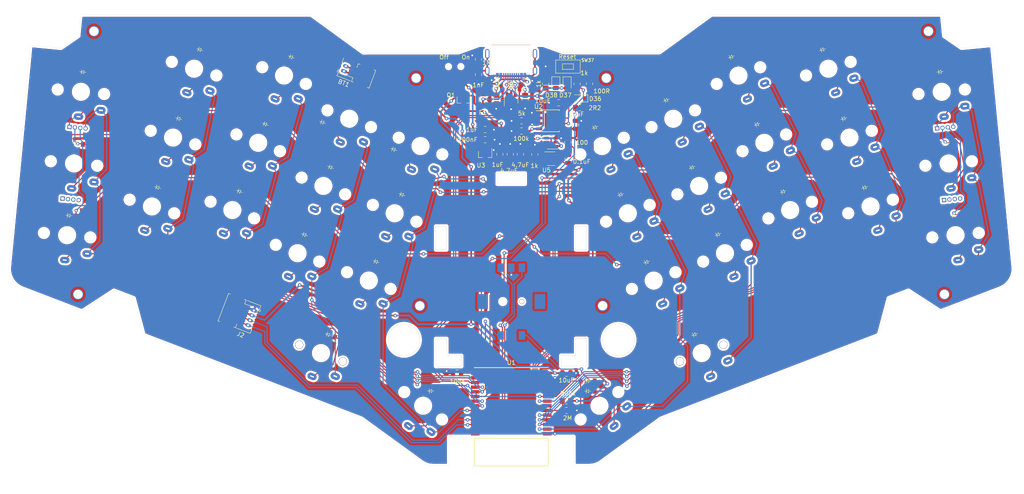
<source format=kicad_pcb>
(kicad_pcb (version 20210824) (generator pcbnew)
  (layers (0 "F.Cu" signal) (31 "B.Cu" signal) (34 "B.Paste" user) (35 "F.Paste" user) (36 "B.SilkS" user "B.Silkscreen") (37 "F.SilkS" user "F.Silkscreen") (38 "B.Mask" user) (39 "F.Mask" user) (44 "Edge.Cuts" user))
  (net 0 "")
  (net 1 "GND")
  (net 2 "Net-(C2-Pad1)")
  (net 3 "/LT_sw")
  (net 4 "/Row_0")
  (net 5 "/LM_sw")
  (net 6 "/Row_1")
  (net 7 "/LB_sw")
  (net 8 "/Row_2")
  (net 9 "Net-(D4-Pad2)")
  (net 10 "Net-(D5-Pad2)")
  (net 11 "Net-(D6-Pad2)")
  (net 12 "Net-(D7-Pad2)")
  (net 13 "Net-(D8-Pad2)")
  (net 14 "Net-(D9-Pad2)")
  (net 15 "Net-(D10-Pad2)")
  (net 16 "Net-(D11-Pad2)")
  (net 17 "Net-(D12-Pad2)")
  (net 18 "Net-(D13-Pad2)")
  (net 19 "/Row_3")
  (net 20 "Net-(D14-Pad2)")
  (net 21 "Net-(D15-Pad2)")
  (net 22 "Net-(D16-Pad2)")
  (net 23 "Net-(D17-Pad2)")
  (net 24 "Net-(D18-Pad2)")
  (net 25 "Net-(D19-Pad2)")
  (net 26 "Net-(D20-Pad2)")
  (net 27 "Net-(D21-Pad2)")
  (net 28 "Net-(D22-Pad2)")
  (net 29 "Net-(D23-Pad2)")
  (net 30 "Net-(D24-Pad2)")
  (net 31 "Net-(D25-Pad2)")
  (net 32 "Net-(D26-Pad2)")
  (net 33 "Net-(D27-Pad2)")
  (net 34 "Net-(D28-Pad2)")
  (net 35 "Net-(D29-Pad2)")
  (net 36 "Net-(D30-Pad2)")
  (net 37 "Net-(D31-Pad2)")
  (net 38 "/RT_sw")
  (net 39 "/RM_sw")
  (net 40 "/RB_sw")
  (net 41 "Net-(F1-Pad1)")
  (net 43 "Net-(J1-PadB5)")
  (net 45 "Net-(J1-PadA5)")
  (net 46 "Earth")
  (net 47 "/Col_0")
  (net 48 "/Col_1")
  (net 49 "/Col_2")
  (net 50 "/Col_3")
  (net 51 "/Col_4")
  (net 52 "/Col_5")
  (net 53 "/Col_6")
  (net 54 "/Col_7")
  (net 55 "/Col_8")
  (net 56 "/Col_9")
  (net 57 "Net-(D35-Pad2)")
  (net 58 "/encA")
  (net 59 "/encB")
  (net 60 "/vbat")
  (net 61 "Net-(BT1-Pad2)")
  (net 62 "+3V3")
  (net 63 "/vbus")
  (net 64 "/regbat")
  (net 65 "Net-(C10-Pad1)")
  (net 66 "Net-(D36-Pad1)")
  (net 67 "Net-(D37-Pad1)")
  (net 68 "Net-(D38-Pad1)")
  (net 69 "/dbus+")
  (net 70 "/dbus-")
  (net 71 "/swdio")
  (net 72 "/swclk")
  (net 73 "Net-(Q1-Pad3)")
  (net 74 "/vsense")
  (net 75 "/reset")
  (net 76 "Net-(R10-Pad2)")
  (net 77 "Net-(R12-Pad2)")
  (net 78 "Net-(R13-Pad2)")
  (net 79 "Net-(R14-Pad1)")
  (net 80 "Net-(R16-Pad2)")
  (net 81 "Net-(U4-Pad1)")
  (net 82 "Net-(U4-Pad3)")
  (net 86 "/d+")
  (net 87 "/d-")
  (footprint "Capacitor_SMD:C_0805_2012Metric" (layer "F.Cu") (at 161.54 123.01)
    (fp_text reference "C1" hide)
    (fp_text value "10uF")
  )
  (footprint "Capacitor_SMD:C_0805_2012Metric" (layer "F.Cu") (at 135.74 123.01 180)
    (fp_text reference "C2" hide)
    (fp_text value "10uF")
  )
  (footprint "Capacitor_SMD:C_0805_2012Metric" (layer "F.Cu") (at 148.29 71.36 90)
    (fp_text reference "C4" hide)
    (fp_text value "4.7uF")
  )
  (footprint "Capacitor_SMD:C_0805_2012Metric" (layer "F.Cu") (at 150.69 71.36 90)
    (fp_text reference "C5" hide)
    (fp_text value "4.7uF")
  )
  (footprint "Capacitor_SMD:C_0805_2012Metric" (layer "F.Cu") (at 145.84 71.36 90)
    (fp_text reference "C6" hide)
    (fp_text value "1uF")
  )
  (footprint "Capacitor_SMD:C_0805_2012Metric" (layer "F.Cu") (at 163.74 64.395 90)
    (fp_text reference "C7" hide)
    (fp_text value "10uF")
  )
  (footprint "Weteor:D_SOD-123" (layer "F.Cu") (at 47.53 51.94 -5.5)
    (fp_text reference "D1" hide)
    (fp_text value "D")
  )
  (footprint "Weteor:D_SOD-123" (layer "F.Cu") (at 45.91 68.84 -5.5)
    (fp_text reference "D2" hide)
    (fp_text value "D")
  )
  (footprint "Weteor:D_SOD-123" (layer "F.Cu") (at 44.24 85.81 -5.5)
    (fp_text reference "D3" hide)
    (fp_text value "D")
  )
  (footprint "Weteor:D_SOD-123" (layer "F.Cu") (at 75.11 46.66 -17)
    (fp_text reference "D4" hide)
    (fp_text value "D")
  )
  (footprint "Weteor:D_SOD-123" (layer "F.Cu") (at 70.14 62.94 -17)
    (fp_text reference "D5" hide)
    (fp_text value "D")
  )
  (footprint "Weteor:D_SOD-123" (layer "F.Cu") (at 65.16 79.19 -17)
    (fp_text reference "D6" hide)
    (fp_text value "D")
  )
  (footprint "Weteor:D_SOD-123" (layer "F.Cu") (at 96.67 48.4 -21)
    (fp_text reference "D7" hide)
    (fp_text value "D")
  )
  (footprint "Weteor:D_SOD-123" (layer "F.Cu") (at 90.54 64.25 -21)
    (fp_text reference "D8" hide)
    (fp_text value "D")
  )
  (footprint "Weteor:D_SOD-123" (layer "F.Cu") (at 84.44 80.12 -21)
    (fp_text reference "D9" hide)
    (fp_text value "D")
  )
  (footprint "Weteor:D_SOD-123" (layer "F.Cu") (at 104.04 63.81 -21)
    (fp_text reference "D10" hide)
    (fp_text value "D")
  )
  (footprint "Weteor:D_SOD-123" (layer "F.Cu") (at 105.92 74.43 -21)
    (fp_text reference "D11" hide)
    (fp_text value "D")
  )
  (footprint "Weteor:D_SOD-123" (layer "F.Cu") (at 99.8 90.34 -21)
    (fp_text reference "D12" hide)
    (fp_text value "D")
  )
  (footprint "Weteor:D_SOD-123" (layer "F.Cu") (at 105.37 113.91 -21)
    (fp_text reference "D13" hide)
    (fp_text value "D")
  )
  (footprint "Weteor:D_SOD-123" (layer "F.Cu") (at 120.84 70.21 -21)
    (fp_text reference "D14" hide)
    (fp_text value "D")
  )
  (footprint "Weteor:D_SOD-123" (layer "F.Cu") (at 122.76 80.88 -21)
    (fp_text reference "D15" hide)
    (fp_text value "D")
  )
  (footprint "Weteor:D_SOD-123" (layer "F.Cu") (at 116.67 96.7 -21)
    (fp_text reference "D16" hide)
    (fp_text value "D")
  )
  (footprint "Weteor:D_SOD-123" (layer "F.Cu") (at 129.54 127.21)
    (fp_text reference "D17" hide)
    (fp_text value "D")
  )
  (footprint "Weteor:D_SOD-123" (layer "F.Cu") (at 168.27 65 21)
    (fp_text reference "D18" hide)
    (fp_text value "D")
  )
  (footprint "Weteor:D_SOD-123" (layer "F.Cu") (at 174.32 80.88 21)
    (fp_text reference "D19" hide)
    (fp_text value "D")
  )
  (footprint "Weteor:D_SOD-123" (layer "F.Cu") (at 180.45 96.8 21)
    (fp_text reference "D20" hide)
    (fp_text value "D")
  )
  (footprint "Weteor:D_SOD-123" (layer "F.Cu") (at 166.54 127.26)
    (fp_text reference "D21" hide)
    (fp_text value "D")
  )
  (footprint "Weteor:D_SOD-123" (layer "F.Cu") (at 185.09 58.58 21)
    (fp_text reference "D22" hide)
    (fp_text value "D")
  )
  (footprint "Weteor:D_SOD-123" (layer "F.Cu") (at 191.16 74.46 21)
    (fp_text reference "D23" hide)
    (fp_text value "D")
  )
  (footprint "Weteor:D_SOD-123" (layer "F.Cu") (at 197.26 90.29 21)
    (fp_text reference "D24" hide)
    (fp_text value "D")
  )
  (footprint "Weteor:D_SOD-123" (layer "F.Cu") (at 191.75 113.89 21)
    (fp_text reference "D25" hide)
    (fp_text value "D")
  )
  (footprint "Weteor:D_SOD-123" (layer "F.Cu") (at 200.41 48.37 21)
    (fp_text reference "D26" hide)
    (fp_text value "D")
  )
  (footprint "Weteor:D_SOD-123" (layer "F.Cu") (at 206.49 64.3 21)
    (fp_text reference "D27" hide)
    (fp_text value "D")
  )
  (footprint "Weteor:D_SOD-123" (layer "F.Cu") (at 212.62 80.17 21)
    (fp_text reference "D28" hide)
    (fp_text value "D")
  )
  (footprint "Weteor:D_SOD-123" (layer "F.Cu") (at 221.92 46.67 17)
    (fp_text reference "D29" hide)
    (fp_text value "D")
  )
  (footprint "Weteor:D_SOD-123" (layer "F.Cu") (at 226.93 62.93 17)
    (fp_text reference "D30" hide)
    (fp_text value "D")
  )
  (footprint "Weteor:D_SOD-123" (layer "F.Cu") (at 231.85 79.2 17)
    (fp_text reference "D31" hide)
    (fp_text value "D")
  )
  (footprint "Weteor:D_SOD-123" (layer "F.Cu") (at 249.62 51.9 5.5)
    (fp_text reference "D32" hide)
    (fp_text value "D")
  )
  (footprint "Weteor:D_SOD-123" (layer "F.Cu") (at 251.17 68.79 5.5)
    (fp_text reference "D33" hide)
    (fp_text value "D")
  )
  (footprint "Weteor:D_SOD-123" (layer "F.Cu") (at 252.85 85.77 5.5)
    (fp_text reference "D34" hide)
    (fp_text value "D")
  )
  (footprint "Fuse:Fuse_1206_3216Metric" (layer "F.Cu") (at 141.85 58.425 -90)
    (fp_text reference "F1")
    (fp_text value "500mA")
  )
  (footprint "Resistor_SMD:R_0805_2012Metric_Pad1.20x1.40mm_HandSolder" (layer "F.Cu") (at 161.54 129.56 180)
    (fp_text reference "R1" hide)
    (fp_text value "806k")
  )
  (footprint "Resistor_SMD:R_0805_2012Metric_Pad1.20x1.40mm_HandSolder" (layer "F.Cu") (at 161.54 131.81)
    (fp_text reference "R2" hide)
    (fp_text value "2M")
  )
  (footprint "Resistor_SMD:R_0805_2012Metric_Pad1.20x1.40mm_HandSolder" (layer "F.Cu") (at 145.04 58.425 -90)
    (fp_text reference "R5" hide)
    (fp_text value "5.1k")
  )
  (footprint "Resistor_SMD:R_0805_2012Metric_Pad1.20x1.40mm_HandSolder" (layer "F.Cu") (at 151.8 58.425 -90)
    (fp_text reference "R6" hide)
    (fp_text value "5.1k")
  )
  (footprint "Weteor:D_SOD-123" (layer "F.Cu") (at 166.54 124.86)
    (fp_text reference "D35" hide)
    (fp_text value "D")
  )
  (footprint "Capacitor_SMD:C_0805_2012Metric" (layer "F.Cu") (at 142.375 65.51)
    (fp_text reference "C8" hide)
    (fp_text value "1uF")
  )
  (footprint "Capacitor_SMD:C_0805_2012Metric" (layer "F.Cu") (at 159.69 59.195 180)
    (fp_text reference "C3" hide)
    (fp_text value "10uF")
  )
  (footprint "Diode_SMD:D_0805_2012Metric" (layer "F.Cu") (at 159.04 54.76 -90)
    (fp_text reference "D38")
    (fp_text value "oragne")
  )
  (footprint "Package_TO_SOT_SMD:SOT-23-6" (layer "F.Cu") (at 157.94 68.495 180)
    (fp_text reference "U5")
    (fp_text value "FS8205")
  )
  (footprint "Resistor_SMD:R_0805_2012Metric_Pad1.20x1.40mm_HandSolder" (layer "F.Cu") (at 166.99 54.71 90)
    (fp_text reference "R10" hide)
    (fp_text value "100R")
  )
  (footprint "Resistor_SMD:R_0805_2012Metric_Pad1.20x1.40mm_HandSolder" (layer "F.Cu") (at 156.64 54.74 -90)
    (fp_text reference "R13" hide)
    (fp_text value "1k")
  )
  (footprint "Resistor_SMD:R_0805_2012Metric_Pad1.20x1.40mm_HandSolder" (layer "F.Cu") (at 164.04 54.74 -90)
    (fp_text reference "R12" hide)
    (fp_text value "1k")
  )
  (footprint "Weteor:Micro_Push_Button_3x6x2.5mm" (layer "F.Cu") (at 161.89 50.66)
    (fp_text reference "SW37")
    (fp_text value "SW_RESET")
  )
  (footprint "Resistor_SMD:R_0805_2012Metric_Pad1.20x1.40mm_HandSolder" (layer "F.Cu") (at 150.94 65.845 180)
    (fp_text reference "R7" hide)
    (fp_text value "100k")
  )
  (footprint "MountingHole:MountingHole_2.2mm_M2_DIN965_Pad_TopOnly" (layer "F.Cu") (at 50.15 42.32)
    (fp_text reference "REF**" hide)
    (fp_text value "MountingHole_2.2mm_M2_DIN965_Pad_TopOnly")
  )
  (footprint "MountingHole:MountingHole_2.2mm_M2_DIN965_Pad_TopOnly" (layer "F.Cu") (at 126.1 53.38)
    (fp_text reference "REF**" hide)
    (fp_text value "MountingHole_2.2mm_M2_DIN965_Pad_TopOnly")
  )
  (footprint "Package_TO_SOT_SMD:SOT-23" (layer "F.Cu") (at 137.34 58.51 -90)
    (fp_text reference "Q1")
    (fp_text value "AO3401A")
  )
  (footprint "MountingHole:MountingHole_2.2mm_M2_DIN965_Pad_TopOnly" (layer "F.Cu") (at 250.65 104.41)
    (fp_text reference "REF**" hide)
    (fp_text value "MountingHole_2.2mm_M2_DIN965_Pad_TopOnly")
  )
  (footprint "Capacitor_SMD:C_0805_2012Metric" (layer "F.Cu") (at 140.79 52.55 90)
    (fp_text reference "C11" hide)
    (fp_text value "1nF")
  )
  (footprint "Weteor:switch_MSK-12C02_smd" (layer "F.Cu") (at 135.19 49.2975 -90)
    (fp_text reference "SW4")
    (fp_text value "ON_OFF")
  )
  (footprint "Diode_SMD:D_0805_2012Metric" (layer "F.Cu") (at 161.69 54.76 -90)
    (fp_text reference "D37")
    (fp_text value "gween")
  )
  (footprint "MountingHole:MountingHole_2.2mm_M2_DIN965_Pad_TopOnly" (layer "F.Cu") (at 46.39 104.4)
    (fp_text reference "REF**" hide)
    (fp_text value "MountingHole_2.2mm_M2_DIN965_Pad_TopOnly")
  )
  (footprint "Package_TO_SOT_SMD:SOT-23-6" (layer "F.Cu") (at 148.5 58.425 90)
    (fp_text reference "U6")
    (fp_text value "USBLC6-2SC6")
  )
  (footprint "MountingHole:MountingHole_2.2mm_M2_DIN965_Pad_TopOnly" (layer "F.Cu") (at 246.89 42.32)
    (fp_text reference "REF**" hide)
    (fp_text value "MountingHole_2.2mm_M2_DIN965_Pad_TopOnly")
  )
  (footprint "MountingHole:MountingHole_2.2mm_M2_DIN965_Pad_TopOnly" (layer "F.Cu") (at 170.94 53.38)
    (fp_text reference "REF**" hide)
    (fp_text value "MountingHole_2.2mm_M2_DIN965_Pad_TopOnly")
  )
  (footprint "Resistor_SMD:R_0805_2012Metric_Pad1.20x1.40mm_HandSolder" (layer "F.Cu") (at 161.89 68.495 90)
    (fp_text reference "R15" hide)
    (fp_text value "100")
  )
  (footprint "MountingHole:MountingHole_2.2mm_M2_DIN965_Pad_TopOnly" (layer "F.Cu") (at 170.07 107.1)
    (fp_text reference "REF**" hide)
    (fp_text value "MountingHole_2.2mm_M2_DIN965_Pad_TopOnly")
  )
  (footprint "Resistor_SMD:R_0805_2012Metric_Pad1.20x1.40mm_HandSolder" (layer "F.Cu") (at 154.09 71.395 -90)
    (fp_text reference "R16" hide)
    (fp_text value "1k")
  )
  (footprint "Resistor_SMD:R_0805_2012Metric_Pad1.20x1.40mm_HandSolder" (layer "F.Cu") (at 140.79 48.96 90)
    (fp_text reference "R3" hide)
    (fp_text value "1M")
  )
  (footprint "MountingHole:MountingHole_2.2mm_M2_DIN965_Pad_TopOnly" (layer "F.Cu") (at 126.97 107.13)
    (fp_text reference "REF**" hide)
    (fp_text value "MountingHole_2.2mm_M2_DIN965_Pad_TopOnly")
  )
  (footprint "Capacitor_SMD:C_0805_2012Metric" (layer "F.Cu") (at 161.94 72.445 90)
    (fp_text reference "C10" hide)
    (fp_text value "0.1uF")
  )
  (footprint "Package_TO_SOT_SMD:SOT-23" (layer "F.Cu") (at 142.375 71.36 -90)
    (fp_text reference "U3")
    (fp_text value "XC6206PxxxMR-Regulator_Linear")
  )
  (footprint "Resistor_SMD:R_0805_2012Metric_Pad1.20x1.40mm_HandSolder" (layer "F.Cu") (at 164.69 60.36)
    (fp_text reference "R8" hide)
    (fp_text value "2R2")
  )
  (footprint "Package_TO_SOT_SMD:SOT-23-6" (layer "F.Cu") (at 157.94 72.395)
    (fp_text reference "U4")
    (fp_text value "DW01A")
  )
  (footprint "Resistor_SMD:R_0805_2012Metric_Pad1.20x1.40mm_HandSolder" (layer "F.Cu") (at 150.94 63.445 180)
    (fp_text reference "R14" hide)
    (fp_text value "5k")
  )
  (footprint "Weteor:Molex PicoBlade 4Pin smt tht" (layer "F.Cu") (at 82.524166 108.166538 -111)
    (fp_text reference "J2")
    (fp_text value "BL_CONN")
  )
  (footprint "Capacitor_SMD:C_0805_2012Metric" (layer "F.Cu") (at 142.375 67.91)
    (fp_text reference "C9" hide)
    (fp_text value "100nF")
  )
  (footprint "Diode_SMD:D_SOD-323_HandSoldering" (layer "F.Cu") (at 164.69 58.16 180)
    (fp_text reference "D36")
    (fp_text value "D_Schottky_Small")
  )
  (footprint "ms88sf2_oreore:MINEW_MS88SF2" (layer "F.Cu") (at 148.53 144.905 180)
    (fp_text reference "U1")
    (fp_text value "MS88SF2")
  )
  (footprint "Weteor:TP4056_SOP-8-PP" (layer "F.Cu") (at 157.79 63.445)
    (fp_text reference "U2")
    (fp_text value "TP4056")
  )
  (footprint "Weteor:Molex PicoBlade 2Pin smt tht" (layer "F.Cu") (at 113.74 52.87 69)
    (fp_text reference "BT1")
    (fp_text value "Battery_Cell")
  )
  (footprint "Weteor:USB-C-12-Pin-MidMount" (layer "B.Cu") (at 148.5 45.54 180)
    (fp_text reference "J1" hide)
    (fp_text value "USB_C Main")
  )
  (footprint "Weteor:Kailh_Choc_1u" (layer "B.Cu") (at 47.074178 56.599456 174.5)
    (fp_text reference "SW1" hide)
    (fp_text value "SW_Push" hide)
  )
  (footprint "Weteor:Kailh_Choc_1u" (layer "B.Cu") (at 45.4448 73.521191 174.5)
    (fp_text reference "SW2" hide)
    (fp_text value "SW_Push" hide)
  )
  (footprint "Weteor:Kailh_Choc_1u" (layer "B.Cu") (at 43.815422 90.442927 174.5)
    (fp_text reference "SW3" hide)
    (fp_text value "SW_Push" hide)
  )
  (footprint "Weteor:Kailh_Choc_1u" (layer "B.Cu") (at 73.75597 51.154125 163)
    (fp_text reference "SW5" hide)
    (fp_text value "SW_Push" hide)
  )
  (footprint "Weteor:Kailh_Choc_1u" (layer "B.Cu") (at 68.785651 67.411306 163)
    (fp_text reference "SW6" hide)
    (fp_text value "SW_Push" hide)
  )
  (footprint "Weteor:Kailh_Choc_1u" (layer "B.Cu") (at 63.815332 83.668487 163)
    (fp_text reference "SW7" hide)
    (fp_text value "SW_Push" hide)
  )
  (footprint "Weteor:Kailh_Choc_1u" (layer "B.Cu") (at 94.957271 52.768535 159)
    (fp_text reference "SW8" hide)
    (fp_text value "SW_Push" hide)
  )
  (footprint "Weteor:Kailh_Choc_1u" (layer "B.Cu") (at 88.865016 68.639402 159)
    (fp_text reference "SW9" hide)
    (fp_text value "SW_Push" hide)
  )
  (footprint "Weteor:Kailh_Choc_1u" (layer "B.Cu") (at 82.77276 84.510269 159)
    (fp_text reference "SW10" hide)
    (fp_text value "SW_Push" hide)
  )
  (footprint "Weteor:Kailh_Choc_1u" (layer "B.Cu") (at 110.328247 62.95348 159)
    (fp_text reference "SW11" hide)
    (fp_text value "SW_Push" hide)
  )
  (footprint "Weteor:Kailh_Choc_1u" (layer "B.Cu") (at 104.235991 78.824347 159)
    (fp_text reference "SW12" hide)
    (fp_text value "SW_Push" hide)
  )
  (footprint "Weteor:Kailh_Choc_1u" (layer "B.Cu") (at 98.143736 94.695214 159)
    (fp_text reference "SW13" hide)
    (fp_text value "SW_Push" hide)
  )
  (footprint "Weteor:Kailh_Choc_1.5u" (layer "B.Cu") (at 103.675 118.275 159)
    (fp_text reference "SW14" hide)
    (fp_text value "SW_Push" hide)
  )
  (footprint "Weteor:Kailh_Choc_1u" (layer "B.Cu") (at 127.132694 69.404103 159)
    (fp_text reference "SW15" hide)
    (fp_text value "SW_Push" hide)
  )
  (footprint "Weteor:Kailh_Choc_1u" (layer "B.Cu") (at 121.040439 85.27497 159)
    (fp_text reference "SW16" hide)
    (fp_text value "SW_Push" hide)
  )
  (footprint "Weteor:Kailh_Choc_1u" (layer "B.Cu") (at 114.948184 101.145837 159)
    (fp_text reference "SW17" hide)
    (fp_text value "SW_Push" hide)
  )
  (footprint "Weteor:Kailh_Choc_1u" (layer "B.Cu") (at 127.75 130.7 144)
    (fp_text reference "SW18" hide)
    (fp_text value "SW_Push" hide)
  )
  (footprint "Weteor:Kailh_Choc_1u" (layer "B.Cu") (at 169.927306 69.414103 -159)
    (fp_text reference "SW19" hide)
    (fp_text value "SW_Push" hide)
  )
  (footprint "Weteor:Kailh_Choc_1u" (layer "B.Cu") (at 176.019561 85.28497 -159)
    (fp_text reference "SW20" hide)
    (fp_text value "SW_Push" hide)
  )
  (footprint "Weteor:Kailh_Choc_1u" (layer "B.Cu") (at 182.111816 101.155837 -159)
    (fp_text reference "SW21" hide)
    (fp_text value "SW_Push" hide)
  )
  (footprint "Weteor:Kailh_Choc_1u" (layer "B.Cu") (at 169.325 130.7 -144)
    (fp_text reference "SW22" hide)
    (fp_text value "SW_Push" hide)
  )
  (footprint "Weteor:Kailh_Choc_1u" (layer "B.Cu") (at 186.731753 62.96348 -159)
    (fp_text reference "SW23" hide)
    (fp_text value "SW_Push" hide)
  )
  (footprint "Weteor:Kailh_Choc_1u" (layer "B.Cu") (at 192.824009 78.834347 -159)
    (fp_text reference "SW24" hide)
    (fp_text value "SW_Push" hide)
  )
  (footprint "Weteor:Kailh_Choc_1u" (layer "B.Cu") (at 198.916264 94.705214 -159)
    (fp_text reference "SW25" hide)
    (fp_text value "SW_Push" hide)
  )
  (footprint "Weteor:Kailh_Choc_1.5u" (layer "B.Cu") (at 193.425 118.275 -159)
    (fp_text reference "SW26" hide)
    (fp_text value "SW_Push" hide)
  )
  (footprint "Weteor:Kailh_Choc_1u" (layer "B.Cu") (at 202.102729 52.778535 -159)
    (fp_text reference "SW27" hide)
    (fp_text value "SW_Push" hide)
  )
  (footprint "Weteor:Kailh_Choc_1u" (layer "B.Cu") (at 208.194984 68.649402 -159)
    (fp_text reference "SW28" hide)
    (fp_text value "SW_Push" hide)
  )
  (footprint "Weteor:Kailh_Choc_1u" (layer "B.Cu") (at 214.28724 84.520269 -159)
    (fp_text reference "SW29" hide)
    (fp_text value "SW_Push" hide)
  )
  (footprint "Weteor:Kailh_Choc_1u" (layer "B.Cu") (at 223.29403 51.154125 -163)
    (fp_text reference "SW30" hide)
    (fp_text value "SW_Push" hide)
  )
  (footprint "Weteor:Kailh_Choc_1u" (layer "B.Cu") (at 228.264349 67.411306 -163)
    (fp_text reference "SW31" hide)
    (fp_text value "SW_Push" hide)
  )
  (footprint "Weteor:Kailh_Choc_1u" (layer "B.Cu") (at 233.234668 83.668487 -163)
    (fp_text reference "SW32" hide)
    (fp_text value "SW_Push" hide)
  )
  (footprint "Weteor:Kailh_Choc_1u" (layer "B.Cu") (at 250.015822 56.599456 -174.5)
    (fp_text reference "SW33" hide)
    (fp_text value "SW_Push" hide)
  )
  (footprint "Weteor:Kailh_Choc_1u" (layer "B.Cu") (at 251.6452 73.521191 -174.5)
    (fp_text reference "SW34" hide)
    (fp_text value "SW_Push" hide)
  )
  (footprint "Weteor:Kailh_Choc_1u" (layer "B.Cu") (at 253.274578 90.442927 -174.5)
    (fp_text reference "SW35" hide)
    (fp_text value "SW_Push" hide)
  )
  (footprint "Weteor:RotEncoderE11_SMD" (layer "B.Cu") (at 148.53 106.11)
    (fp_text reference "SW36" hide)
    (fp_text value "Rotary_Encoder_Switch")
  )
  (footprint "Connector_PinHeader_1.27mm:PinHeader_1x04_P1.27mm_Vertical" (layer "B.Cu") (at 44.378748 64.887893 -95.5)
    (fp_text reference "J4" hide)
    (fp_text value "Conn_01x04")
  )
  (footprint "Connector_PinHeader_1.27mm:PinHeader_1x04_P1.27mm_Vertical" (layer "B.Cu") (at 248.935847 65.231724 -84.5)
    (fp_text reference "J6" hide)
    (fp_text value "Conn_01x04")
  )
  (footprint "Connector_PinHeader_1.27mm:PinHeader_1x04_P1.27mm_Vertical" (layer "B.Cu") (at 250.568748 82.152107 -84.5)
    (fp_text reference "J5" hide)
    (fp_text value "Conn_01x04")
  )
  (footprint "Connector_PinHeader_1.27mm:PinHeader_1x04_P1.27mm_Vertical" (layer "B.Cu") (at 42.748748 81.807893 -95.5)
    (fp_text reference "J3" hide)
    (fp_text value "Conn_01x04")
  )
  (gr_line locked (start 133.28 114.88) (end 133.28 118.88) (layer "Edge.Cuts") (width 0.05))
  (gr_line locked (start 141.023927 45.531647) (end 136.078491 47.331599) (layer "Edge.Cuts") (width 0.02))
  (gr_curve locked (pts (xy 30.132297 97.888107) (xy 29.916953 100.12457) (xy 31.219849 102.230025) (xy 33.317432 103.035816)) (layer "Edge.Cuts") (width 0.02))
  (gr_line locked (start 42.359894 46.270477) (end 46.48 43.44) (layer "Edge.Cuts") (width 0.02))
  (gr_line locked (start 141.023927 45.531647) (end 143.86 45.53) (layer "Edge.Cuts") (width 0.02))
  (gr_rect locked (start 163.77 88.34) (end 166.27 93.84) (layer "Edge.Cuts") (width 0.05) (fill none))
  (gr_line locked (start 261.88 45.58) (end 254.69 46.27) (layer "Edge.Cuts") (width 0.02))
  (gr_line locked (start 160.969318 47.331599) (end 183.443717 47.331599) (layer "Edge.Cuts") (width 0.02))
  (gr_line locked (start 160.27 118.83) (end 160.27 121.33) (layer "Edge.Cuts") (width 0.05))
  (gr_line locked (start 183.819172 133.708162) (end 169.758034 143.926323) (layer "Edge.Cuts") (width 0.02))
  (gr_line locked (start 133.28 118.88) (end 136.78 118.88) (layer "Edge.Cuts") (width 0.05))
  (gr_line locked (start 113.228643 133.708797) (end 127.289774 143.926323) (layer "Edge.Cuts") (width 0.02))
  (gr_line locked (start 143.86 52.13) (end 153.16 52.13) (layer "Edge.Cuts") (width 0.02))
  (gr_line locked (start 130.78 114.88) (end 133.28 114.88) (layer "Edge.Cuts") (width 0.05))
  (gr_line locked (start 250.57 43.44) (end 250.08 38.41) (layer "Edge.Cuts") (width 0.02))
  (gr_rect locked (start 145.28 75.85) (end 151.78 78.35) (layer "Edge.Cuts") (width 0.02) (fill none))
  (gr_rect locked (start 130.76 88.35) (end 133.26 93.85) (layer "Edge.Cuts") (width 0.05) (fill none))
  (gr_line (start 242.17 103.5) (end 249.72 108.4) (layer "Edge.Cuts") (width 0.02))
  (gr_line locked (start 133.85 144.881226) (end 130.228687 144.881226) (layer "Edge.Cuts") (width 0.02))
  (gr_line locked (start 113.604092 47.331599) (end 101.32563 38.410684) (layer "Edge.Cuts") (width 0.02))
  (gr_line locked (start 153.16 45.53) (end 156.023881 45.531647) (layer "Edge.Cuts") (width 0.02))
  (gr_line locked (start 153.16 52.13) (end 153.16 45.53) (layer "Edge.Cuts") (width 0.02))
  (gr_line locked (start 266.92 97.89) (end 261.88 45.58) (layer "Edge.Cuts") (width 0.02))
  (gr_line locked (start 143.86 45.53) (end 143.86 52.13) (layer "Edge.Cuts") (width 0.02))
  (gr_line locked (start 130.78 114.88) (end 130.78 121.38) (layer "Edge.Cuts") (width 0.05))
  (gr_line locked (start 250.08 38.41) (end 195.722179 38.410684) (layer "Edge.Cuts") (width 0.02))
  (gr_line locked (start 166.27 121.33) (end 160.27 121.33) (layer "Edge.Cuts") (width 0.05))
  (gr_line locked (start 183.819172 133.708162) (end 235.18 113.99) (layer "Edge.Cuts") (width 0.02))
  (gr_line locked (start 46.97 38.41) (end 101.32563 38.410684) (layer "Edge.Cuts") (width 0.02))
  (gr_line locked (start 35.169894 45.580477) (end 42.359894 46.270477) (layer "Edge.Cuts") (width 0.02))
  (gr_line locked (start 163.25 138) (end 163.25 144.88) (layer "Edge.Cuts") (width 0.02))
  (gr_line locked (start 156.023881 45.531647) (end 160.969318 47.331599) (layer "Edge.Cuts") (width 0.02))
  (gr_circle locked (center 123.23 115.14) (end 126.98 115.14) (layer "Edge.Cuts") (width 0.05) (fill none))
  (gr_line locked (start 166.27 114.83) (end 166.27 121.33) (layer "Edge.Cuts") (width 0.05))
  (gr_line locked (start 59.537001 105.301276) (end 61.866375 113.994784) (layer "Edge.Cuts") (width 0.02))
  (gr_curve locked (pts (xy 263.730383 103.035264) (xy 265.827959 102.23008) (xy 267.130855 100.124625) (xy 266.92 97.89)) (layer "Edge.Cuts") (width 0.02))
  (gr_curve locked (pts (xy 166.82 144.88) (xy 167.875012 144.881228) (xy 168.903799 144.546958) (xy 169.758034 143.926323)) (layer "Edge.Cuts") (width 0.02))
  (gr_line locked (start 195.722179 38.410684) (end 183.443717 47.331599) (layer "Edge.Cuts") (width 0.02))
  (gr_line locked (start 54.86 103.5) (end 59.537001 105.301276) (layer "Edge.Cuts") (width 0.02))
  (gr_circle locked (center 173.82 115.14) (end 177.57 115.14) (layer "Edge.Cuts") (width 0.05) (fill none))
  (gr_line locked (start 33.317432 103.035816) (end 47.32098 108.410062) (layer "Edge.Cuts") (width 0.02))
  (gr_line locked (start 133.85 138) (end 163.25 138) (layer "Edge.Cuts") (width 0.02))
  (gr_line (start 263.730383 103.035264) (end 249.72 108.4) (layer "Edge.Cuts") (width 0.02))
  (gr_curve locked (pts (xy 127.289774 143.926323) (xy 128.144009 144.546958) (xy 129.172796 144.881228) (xy 130.228687 144.881226)) (layer "Edge.Cuts") (width 0.02))
  (gr_line locked (start 254.69 46.27) (end 250.57 43.44) (layer "Edge.Cuts") (width 0.02))
  (gr_line locked (start 30.132297 97.888162) (end 35.169894 45.580477) (layer "Edge.Cuts") (width 0.02))
  (gr_line locked (start 163.77 114.83) (end 163.77 118.83) (layer "Edge.Cuts") (width 0.05))
  (gr_line locked (start 163.25 144.88) (end 166.82 144.88) (layer "Edge.Cuts") (width 0.02))
  (gr_line locked (start 113.604092 47.331599) (end 136.078491 47.331599) (layer "Edge.Cuts") (width 0.02))
  (gr_line locked (start 130.78 121.38) (end 136.78 121.38) (layer "Edge.Cuts") (width 0.05))
  (gr_line locked (start 235.18 113.99) (end 237.51 105.29) (layer "Edge.Cuts") (width 0.02))
  (gr_line locked (start 113.228643 133.708797) (end 61.866375 113.994784) (layer "Edge.Cuts") (width 0.02))
  (gr_line locked (start 131.228674 144.880115) (end 131.228674 144.880115) (layer "Edge.Cuts") (width 0.02))
  (gr_line locked (start 163.77 118.83) (end 160.27 118.83) (layer "Edge.Cuts") (width 0.05))
  (gr_line locked (start 133.85 144.881226) (end 133.85 138) (layer "Edge.Cuts") (width 0.02))
  (gr_line locked (start 47.32098 108.410062) (end 54.86 103.5) (layer "Edge.Cuts") (width 0.02))
  (gr_line locked (start 166.27 114.83) (end 163.77 114.83) (layer "Edge.Cuts") (width 0.05))
  (gr_line locked (start 46.48 43.44) (end 46.97 38.41) (layer "Edge.Cuts") (width 0.02))
  (gr_line locked (start 237.51 105.29) (end 242.17 103.5) (layer "Edge.Cuts") (width 0.02))
  (gr_line locked (start 136.78 118.88) (end 136.78 121.38) (layer "Edge.Cuts") (width 0.05))
  (gr_text "On\n" (at 137.82 48.44) (layer "F.SilkS") (effects (font (size 1 1))))
  (gr_text "Off" (at 132.69 48.44) (layer "F.SilkS") (effects (font (size 1 1))))
  (gr_text "Reset\n" (at 161.75 48.34) (layer "F.SilkS") (effects (font (size 1 1))))
  (segment (start 144.99 59.295) (end 144.99 60.595) (width 0.4) (layer "F.Cu") (net 1))
  (segment (start 158.835 124.115) (end 158.84 124.11) (width 0.4) (layer "F.Cu") (net 1))
  (segment (start 153.39 61.56) (end 153.41 61.54) (width 0.4) (layer "F.Cu") (net 1))
  (segment (start 153.655 64.08) (end 153.44 64.295) (width 0.4) (layer "F.Cu") (net 1))
  (segment (start 140.79 54.76) (end 140.83 54.8) (width 0.4) (layer "F.Cu") (net 1))
  (segment (start 148.29 70.41) (end 148.29 68.91) (width 0.4) (layer "F.Cu") (net 1))
  (segment (start 144.409336 65.51) (end 144.449668 65.550332) (width 0.4) (layer "F.Cu") (net 1))
  (segment (start 151.8 59.295) (end 151.8 60.535) (width 0.4) (layer "F.Cu") (net 1))
  (segment (start 143.325 65.51) (end 144.409336 65.51) (width 0.4) (layer "F.Cu") (net 1))
  (segment (start 140.79 53.5) (end 140.79 54.76) (width 0.4) (layer "F.Cu") (net 1))
  (segment (start 151.8 60.535) (end 151.79 60.545) (width 0.4) (layer "F.Cu") (net 1))
  (segment (start 162.49 123.01) (end 163.79 123.01) (width 0.4) (layer "F.Cu") (net 1))
  (segment (start 153.41 61.54) (end 155.09 61.54) (width 0.4) (layer "F.Cu") (net 1))
  (segment (start 148.59 63.46) (end 149.925 63.46) (width 0.4) (layer "F.Cu") (net 1))
  (segment (start 139.34 48.01) (end 140.848334 48.01) (width 0.4) (layer "F.Cu") (net 1))
  (segment (start 165.025 63.445) (end 163.74 63.445) (width 0.4) (layer "F.Cu") (net 1))
  (segment (start 158.09 50.66) (end 156.69 50.66) (width 0.4) (layer "F.Cu") (net 1))
  (segment (start 149.925 63.46) (end 149.94 63.445) (width 0.4) (layer "F.Cu") (net 1))
  (segment (start 165.04 63.46) (end 165.025 63.445) (width 0.4) (layer "F.Cu") (net 1))
  (segment (start 143.325 70.36) (end 144.39 70.36) (width 0.4) (layer "F.Cu") (net 1))
  (segment (start 162.54 131.81) (end 163.99 131.81) (width 0.4) (layer "F.Cu") (net 1))
  (segment (start 158.835 137.315) (end 158.84 137.31) (width 0.4) (layer "F.Cu") (net 1))
  (segment (start 134.79 123.01) (end 133.79 123.01) (width 0.4) (layer "F.Cu") (net 1))
  (segment (start 148.49 60.71) (end 148.49 59.405) (width 0.4) (layer "F.Cu") (net 1))
  (segment (start 157.03 137.315) (end 158.835 137.315) (width 0.4) (layer "F.Cu") (net 1))
  (segment (start 145.84 70.41) (end 145.84 68.91) (width 0.4) (layer "F.Cu") (net 1))
  (segment (start 155.09 64.08) (end 153.655 64.08) (width 0.4) (layer "F.Cu") (net 1))
  (segment (start 150.69 70.41) (end 150.69 68.91) (width 0.4) (layer "F.Cu") (net 1))
  (segment (start 157.03 124.115) (end 158.835 124.115) (width 0.4) (layer "F.Cu") (net 1))
  (segment (start 154.09 70.395) (end 154.09 69.095) (width 0.4) (layer "F.Cu") (net 1))
  (segment (start 87.824873 108.198248) (end 86.084453 107.514096) (width 0.4) (layer "F.Cu") (net 1))
  (segment (start 143.325 67.91) (end 144.59 67.91) (width 0.4) (layer "F.Cu") (net 1))
  (segment (start 156.69 50.66) (end 156.64 50.61) (width 0.4) (layer "F.Cu") (net 1))
  (segment (start 148.605 65.845) (end 148.59 65.86) (width 0.4) (layer "F.Cu") (net 1))
  (segment (start 159.055 67.56) (end 159.04 67.545) (width 0.4) (layer "F.Cu") (net 1))
  (segment (start 149.94 65.845) (end 148.605 65.845) (width 0.4) (layer "F.Cu") (net 1))
  (segment (start 158.74 59.195) (end 157.44 59.195) (width 0.4) (layer "F.Cu") (net 1))
  (segment (start 160.29 67.56) (end 159.055 67.56) (width 0.4) (layer "F.Cu") (net 1))
  (segment (start 133.79 123.01) (end 133.29 122.51) (width 0.4) (layer "F.Cu") (net 1))
  (via (at 156.64 50.61) (size 0.8) (drill 0.4) (layers "F.Cu" "B.Cu") (net 1))
  (via (at 148.49 60.71) (size 0.8) (drill 0.4) (layers "F.Cu" "B.Cu") (net 1))
  (via (at 165.04 63.46) (size 0.8) (drill 0.4) (layers "F.Cu" "B.Cu") (net 1))
  (via (at 144.59 67.91) (size 0.8) (drill 0.4) (layers "F.Cu" "B.Cu") (net 1))
  (via (at 143.89 53.86) (size 0.8) (drill 0.4) (layers "F.Cu" "B.Cu") (net 1))
  (via (at 163.99 131.81) (size 0.8) (drill 0.4) (layers "F.Cu" "B.Cu") (net 1))
  (via (at 150.69 68.91) (size 0.8) (drill 0.4) (layers "F.Cu" "B.Cu") (net 1))
  (via (at 160.29 67.56) (size 0.8) (drill 0.4) (layers "F.Cu" "B.Cu") (net 1))
  (via (at 151.79 60.545) (size 0.8) (drill 0.4) (layers "F.Cu" "B.Cu") (net 1))
  (via (at 153.49 54.01) (size 0.8) (drill 0.4) (layers "F.Cu" "B.Cu") (net 1))
  (via (at 158.84 124.11) (size 0.8) (drill 0.4) (layers "F.Cu" "B.Cu") (net 1))
  (via (at 133.29 122.51) (size 0.8) (drill 0.4) (layers "F.Cu" "B.Cu") (net 1))
  (via (at 158.84 137.31) (size 0.8) (drill 0.4) (layers "F.Cu" "B.Cu") (net 1))
  (via (at 148.59 63.46) (size 0.8) (drill 0.4) (layers "F.Cu" "B.Cu") (net 1))
  (via (at 145.84 68.91) (size 0.8) (drill 0.4) (layers "F.Cu" "B.Cu") (net 1))
  (via (at 157.44 59.195) (size 0.8) (drill 0.4) (layers "F.Cu" "B.Cu") (net 1))
  (via (at 153.44 64.295) (size 0.8) (drill 0.4) (layers "F.Cu" "B.Cu") (net 1))
  (via (at 148.59 65.86) (size 0.8) (drill 0.4) (layers "F.Cu" "B.Cu") (net 1))
  (via (at 148.54 99.81) (size 0.8) (drill 0.4) (layers "F.Cu" "B.Cu") (net 1))
  (via (at 139.34 48.01) (size 0.8) (drill 0.4) (layers "F.Cu" "B.Cu") (net 1))
  (via (at 154.09 69.095) (size 0.8) (drill 0.4) (layers "F.Cu" "B.Cu") (net 1))
  (via (at 144.39 70.36) (size 0.8) (drill 0.4) (layers "F.Cu" "B.Cu") (net 1))
  (via (at 148.29 68.91) (size 0.8) (drill 0.4) (layers "F.Cu" "B.Cu") (net 1))
  (via (at 153.39 61.56) (size 0.8) (drill 0.4) (layers "F.Cu" "B.Cu") (net 1))
  (via (at 144.449668 65.550332) (size 0.8) (drill 0.4) (layers "F.Cu" "B.Cu") (net 1))
  (via (at 163.79 123.01) (size 0.8) (drill 0.4) (layers "F.Cu" "B.Cu") (net 1))
  (via (at 144.99 60.595) (size 0.8) (drill 0.4) (layers "F.Cu" "B.Cu") (net 1))
  (via (at 140.83 54.8) (size 0.8) (drill 0.4) (layers "F.Cu" "B.Cu") (net 1))
  (segment (start 144.325 52.775) (end 145.275 52.775) (width 0.4) (layer "B.Cu") (net 1))
  (segment (start 152.805 52.775) (end 151.725 52.775) (width 0.4) (layer "B.Cu") (net 1))
  (segment (start 148.53 99.8) (end 148.54 99.81) (width 0.4) (layer "B.Cu") (net 1))
  (segment (start 143.89 53.86) (end 143.89 53.21) (width 0.4) (layer "B.Cu") (net 1))
  (segment (start 153.49 53.46) (end 152.805 52.775) (width 0.4) (layer "B.Cu") (net 1))
  (segment (start 143.89 53.21) (end 144.325 52.775) (width 0.4) (layer "B.Cu") (net 1))
  (segment (start 153.49 54.01) (end 153.49 53.46) (width 0.4) (layer "B.Cu") (net 1))
  (segment (start 148.53 98.11) (end 148.53 99.8) (width 0.4) (layer "B.Cu") (net 1))
  (segment (start 141.49 98.56) (end 141.49 122.97) (width 0.25) (layer "F.Cu") (net 2))
  (segment (start 141.49 122.97) (end 141.535 123.015) (width 0.25) (layer "F.Cu") (net 2))
  (segment (start 163.69 60.36) (end 163.69 61.76) (width 0.25) (layer "F.Cu") (net 2))
  (segment (start 163.69 61.76) (end 163.49 61.96) (width 0.25) (layer "F.Cu") (net 2))
  (segment (start 136.695 123.015) (end 136.69 123.01) (width 0.25) (layer "F.Cu") (net 2))
  (segment (start 140.03 123.015) (end 136.695 123.015) (width 0.25) (layer "F.Cu") (net 2))
  (segment (start 144.09 95.96) (end 141.49 98.56) (width 0.25) (layer "F.Cu") (net 2))
  (segment (start 141.535 123.015) (end 140.03 123.015) (width 0.25) (layer "F.Cu") (net 2))
  (via (at 163.49 61.96) (size 0.8) (drill 0.4) (layers "F.Cu" "B.Cu") (net 2))
  (via (at 144.09 95.96) (size 0.8) (drill 0.4) (layers "F.Cu" "B.Cu") (net 2))
  (segment (start 163.464093 71.335907) (end 163.464093 71.385907) (width 0.25) (layer "B.Cu") (net 2))
  (segment (start 163.49 61.96) (end 163.464093 61.985907) (width 0.25) (layer "B.Cu") (net 2))
  (segment (start 163.464093 61.985907) (end 163.464093 71.335907) (width 0.25) (layer "B.Cu") (net 2))
  (segment (start 156.54 81.76) (end 156.54 87.56) (width 0.25) (layer "B.Cu") (net 2))
  (segment (start 163.464093 71.385907) (end 156.54 78.31) (width 0.25) (layer "B.Cu") (net 2))
  (segment (start 156.54 78.31) (end 156.54 81.76) (width 0.25) (layer "B.Cu") (net 2))
  (segment (start 148.69 95.41) (end 148.14 95.96) (width 0.25) (layer "B.Cu") (net 2))
  (segment (start 148.14 95.96) (end 144.09 95.96) (width 0.25) (layer "B.Cu") (net 2))
  (segment (start 152.54 91.56) (end 148.69 95.41) (width 0.25) (layer "B.Cu") (net 2))
  (segment (start 156.54 87.56) (end 152.54 91.56) (width 0.25) (layer "B.Cu") (net 2))
  (segment (start 50.55 58.430982) (end 46.508688 62.472294) (width 0.25) (layer "F.Cu") (net 3))
  (segment (start 50.125 52.185) (end 50.55 52.61) (width 0.25) (layer "F.Cu") (net 3))
  (segment (start 49.172404 52.098145) (end 50.125 52.185) (width 0.25) (layer "F.Cu") (net 3))
  (segment (start 50.55 52.61) (end 50.55 58.430982) (width 0.25) (layer "F.Cu") (net 3))
  (segment (start 46.508688 62.472294) (end 45.677706 62.472294) (width 0.25) (layer "B.Cu") (net 3))
  (segment (start 45.677706 62.472294) (end 44.378748 63.771252) (width 0.25) (layer "B.Cu") (net 3))
  (segment (start 44.378748 63.771252) (end 44.378748 64.887893) (width 0.25) (layer "B.Cu") (net 3))
  (segment (start 209.932413 47.152413) (end 220.342097 47.152413) (width 0.25) (layer "F.Cu") (net 4))
  (segment (start 119.299592 69.618693) (end 117.64 69.01) (width 0.25) (layer "F.Cu") (net 4))
  (segment (start 183.549592 59.171307) (end 183.549592 57.640408) (width 0.25) (layer "F.Cu") (net 4))
  (segment (start 166.39 65.251715) (end 166.729592 65.591307) (width 0.25) (layer "F.Cu") (net 4))
  (segment (start 220.342097 47.152413) (end 223.17451 44.32) (width 0.25) (layer "F.Cu") (net 4))
  (segment (start 118.84 71.01) (end 120.84 76.01) (width 0.25) (layer "F.Cu") (net 4))
  (segment (start 105.693333 62.863333) (end 107.14 63.31) (width 0.25) (layer "F.Cu") (net 4))
  (segment (start 154.59 121.31) (end 154.59 124.41) (width 0.25) (layer "F.Cu") (net 4))
  (segment (start 101.705 62.475) (end 102.448693 63.218693) (width 0.25) (layer "F.Cu") (net 4))
  (segment (start 158.83952 117.06048) (end 154.59 121.31) (width 0.25) (layer "F.Cu") (net 4))
  (segment (start 141.89 77.16) (end 143.89 79.16) (width 0.25) (layer "F.Cu") (net 4))
  (segment (start 231.7 47.03) (end 239.02 47.03) (width 0.25) (layer "F.Cu") (net 4))
  (segment (start 170.278693 59.171307) (end 166.39 63.06) (width 0.25) (layer "F.Cu") (net 4))
  (segment (start 155.395 125.215) (end 157.03 125.215) (width 0.25) (layer "F.Cu") (net 4))
  (segment (start 75.072413 46.177587) (end 76.1 45.15) (width 0.25) (layer "F.Cu") (net 4))
  (segment (start 45.887596 51.781855) (end 45.887596 50.512404) (width 0.25) (layer "F.Cu") (net 4))
  (segment (start 158.83952 82.36048) (end 158.83952 117.06048) (width 0.25) (layer "F.Cu") (net 4))
  (segment (start 98.99 46.63) (end 101.705 49.345) (width 0.25) (layer "F.Cu") (net 4))
  (segment (start 239.02 47.03) (end 244.048145 52.058145) (width 0.25) (layer "F.Cu") (net 4))
  (segment (start 166.39 63.06) (end 166.39 65.251715) (width 0.25) (layer "F.Cu") (net 4))
  (segment (start 198.869592 48.961307) (end 202.720899 45.11) (width 0.25) (layer "F.Cu") (net 4))
  (segment (start 95.129592 47.808693) (end 87.7 45.15) (width 0.25) (layer "F.Cu") (net 4))
  (segment (start 126.04 78.21) (end 132.64 76.61) (width 0.25) (layer "F.Cu") (net 4))
  (segment (start 117.0775 67.9725) (end 108.44 64.61) (width 0.25) (layer "F.Cu") (net 4))
  (segment (start 95.129592 47.808693) (end 95.53 46.63) (width 0.25) (layer "F.Cu") (net 4))
  (segment (start 95.53 46.63) (end 98.99 46.63) (width 0.25) (layer "F.Cu") (net 4))
  (segment (start 107.14 63.31) (end 108.44 64.61) (width 0.25) (layer "F.Cu") (net 4))
  (segment (start 244.048145 52.058145) (end 247.977596 52.058145) (width 0.25) (layer "F.Cu") (net 4))
  (segment (start 143.89 79.16) (end 159.04 79.16) (width 0.25) (layer "F.Cu") (net 4))
  (segment (start 207.89 45.11) (end 209.932413 47.152413) (width 0.25) (layer "F.Cu") (net 4))
  (segment (start 228.99 44.32) (end 231.7 47.03) (width 0.25) (layer "F.Cu") (net 4))
  (segment (start 73.532097 46.177587) (end 66.752413 46.177587) (width 0.25) (layer "F.Cu") (net 4))
  (segment (start 167.84 75.76) (end 165.29 78.31) (width 0.25) (layer "F.Cu") (net 4))
  (segment (start 76.1 45.15) (end 87.7 45.15) (width 0.25) (layer "F.Cu") (net 4))
  (segment (start 183.549592 57.640408) (end 192.228693 48.961307) (width 0.25) (layer "F.Cu") (net 4))
  (segment (start 202.720899 45.11) (end 207.89 45.11) (width 0.25) (layer "F.Cu") (net 4))
  (segment (start 65.53 47.4) (end 66.18 46.75) (width 0.25) (layer "F.Cu") (net 4))
  (segment (start 45.887596 50.512404) (end 49 47.4) (width 0.25) (layer "F.Cu") (net 4))
  (segment (start 167.84 66.701715) (end 167.84 75.76) (width 0.25) (layer "F.Cu") (net 4))
  (segment (start 223.17451 44.32) (end 228.99 44.32) (width 0.25) (layer "F.Cu") (net 4))
  (segment (start 166.729592 65.591307) (end 167.84 66.701715) (width 0.25) (layer "F.Cu") (net 4))
  (segment (start 49 47.4) (end 65.53 47.4) (width 0.25) (layer "F.Cu") (net 4))
  (segment (start 165.29 78.31) (end 159.89 78.31) (width 0.25) (layer "F.Cu") (net 4))
  (segment (start 73.532097 46.177587) (end 75.072413 46.177587) (width 0.25) (layer "F.Cu") (net 4))
  (segment (start 119.299592 69.618693) (end 118.84 71.01) (width 0.25) (layer "F.Cu") (net 4))
  (segment (start 183.549592 59.171307) (end 170.278693 59.171307) (width 0.25) (layer "F.Cu") (net 4))
  (segment (start 120.84 76.01) (end 126.04 78.21) (width 0.25) (layer "F.Cu") (net 4))
  (segment (start 101.705 49.345) (end 101.705 62.475) (width 0.25) (layer "F.Cu") (net 4))
  (segment (start 102.499592 63.218693) (end 103.64 63.61) (width 0.25) (layer "F.Cu") (net 4))
  (segment (start 159.89 81.31) (end 158.83952 82.36048) (width 0.25) (layer "F.Cu") (net 4))
  (segment (start 66.752413 46.177587) (end 66.18 46.75) (width 0.25) (layer "F.Cu") (net 4))
  (segment (start 102.448693 63.218693) (end 102.499592 63.218693) (width 0.25) (layer "F.Cu") (net 4))
  (segment (start 117.64 69.01) (end 117.0775 67.9725) (width 0.25) (layer "F.Cu") (net 4))
  (segment (start 159.04 79.16) (end 159.89 78.31) (width 0.25) (layer "F.Cu") (net 4))
  (segment (start 192.228693 48.961307) (end 198.869592 48.961307) (width 0.25) (layer "F.Cu") (net 4))
  (segment (start 103.64 63.61) (end 105.693333 62.863333) (width 0.25) (layer "F.Cu") (net 4))
  (segment (start 154.59 124.41) (end 155.395 125.215) (width 0.25) (layer "F.Cu") (net 4))
  (via (at 132.64 76.61) (size 0.8) (drill 0.4) (layers "F.Cu" "B.Cu") (net 4))
  (via (at 159.89 78.31) (size 0.8) (drill 0.4) (layers "F.Cu" "B.Cu") (net 4))
  (via (at 159.89 81.31) (size 0.8) (drill 0.4) (layers "F.Cu" "B.Cu") (net 4))
  (via (at 141.89 77.16) (size 0.8) (drill 0.4) (layers "F.Cu" "B.Cu") (net 4))
  (segment (start 159.89 78.31) (end 159.89 81.31) (width 0.25) (layer "B.Cu") (net 4))
  (segment (start 141.89 77.16) (end 133.19 77.16) (width 0.25) (layer "B.Cu") (net 4))
  (segment (start 133.19 77.16) (end 132.64 76.61) (width 0.25) (layer "B.Cu") (net 4))
  (segment (start 48.94 75.320982) (end 44.898688 79.362294) (width 0.25) (layer "F.Cu") (net 5))
  (segment (start 48.515 69.075) (end 48.94 69.5) (width 0.25) (layer "F.Cu") (net 5))
  (segment (start 47.562404 68.988145) (end 48.515 69.075) (width 0.25) (layer "F.Cu") (net 5))
  (segment (start 48.94 69.5) (end 48.94 75.320982) (width 0.25) (layer "F.Cu") (net 5))
  (segment (start 47.414259 68.86) (end 47.552404 68.998145) (width 0.25) (layer "F.Cu") (net 5))
  (segment (start 46.3 68.86) (end 47.414259 68.86) (width 0.25) (layer "F.Cu") (net 5))
  (via (at 46.3 68.86) (size 0.8) (drill 0.4) (layers "F.Cu" "B.Cu") (net 5))
  (segment (start 46.3 68.86) (end 45.642901 68.202901) (width 0.25) (layer "B.Cu") (net 5))
  (segment (start 45.642901 68.202901) (end 45.642901 65.009617) (width 0.25) (layer "B.Cu") (net 5))
  (segment (start 119.45 79.61) (end 121.179592 80.258693) (width 0.25) (layer "F.Cu") (net 6))
  (segment (start 92.87 62.5) (end 102.55 72.18) (width 0.25) (layer "F.Cu") (net 6))
  (segment (start 102.55 72.18) (end 102.55 73.15) (width 0.25) (layer "F.Cu") (net 6))
  (segment (start 89.009592 63.678693) (end 89.41 62.5) (width 0.25) (layer "F.Cu") (net 6))
  (segment (start 89.41 62.5) (end 92.87 62.5) (width 0.25) (layer "F.Cu") (net 6))
  (segment (start 104.83 72.48) (end 112.32 72.48) (width 0.25) (layer "F.Cu") (net 6))
  (segment (start 104.359592 73.838693) (end 102.55 73.15) (width 0.25) (layer "F.Cu") (net 6))
  (segment (start 112.32 72.48) (end 119.45 79.61) (width 0.25) (layer "F.Cu") (net 6))
  (segment (start 89.009592 63.678693) (end 81.58 61.02) (width 0.25) (layer "F.Cu") (net 6))
  (segment (start 104.359592 73.838693) (end 104.83 72.48) (width 0.25) (layer "F.Cu") (net 6))
  (segment (start 172.799592 81.481307) (end 172.799592 79.670408) (width 0.25) (layer "F.Cu") (net 6))
  (segment (start 172.799592 79.670408) (end 177.408693 75.061307) (width 0.25) (layer "F.Cu") (net 6))
  (segment (start 177.408693 75.061307) (end 189.619592 75.061307) (width 0.25) (layer "F.Cu") (net 6))
  (segment (start 189.619592 75.061307) (end 189.619592 73.530408) (width 0.25) (layer "F.Cu") (net 6))
  (segment (start 121.219592 80.288693) (end 123.201307 80.288693) (width 0.25) (layer "F.Cu") (net 6))
  (segment (start 154.14048 121.123803) (end 154.14048 125.51048) (width 0.25) (layer "F.Cu") (net 6))
  (segment (start 204.949592 64.891307) (end 208.840899 61) (width 0.25) (layer "F.Cu") (net 6))
  (segment (start 44.267596 67.502404) (end 45.076 66.694) (width 0.25) (layer "F.Cu") (net 6))
  (segment (start 208.840899 61) (end 209.45 61) (width 0.25) (layer "F.Cu") (net 6))
  (segment (start 131.81 80.28) (end 131.84 80.31) (width 0.25) (layer "F.Cu") (net 6))
  (segment (start 198.258693 64.891307) (end 197.635 65.515) (width 0.25) (layer "F.Cu") (net 6))
  (segment (start 189.619592 73.530408) (end 197.635 65.515) (width 0.25) (layer "F.Cu") (net 6))
  (segment (start 243.798145 68.948145) (end 249.527596 68.948145) (width 0.25) (layer "F.Cu") (net 6))
  (segment (start 170.491307 81.471307) (end 172.779592 81.471307) (width 0.25) (layer "F.Cu") (net 6))
  (segment (start 123.201307 80.288693) (end 124.03 79.46) (width 0.25) (layer "F.Cu") (net 6))
  (segment (start 69.892413 62.457587) (end 71.33 61.02) (width 0.25) (layer "F.Cu") (net 6))
  (segment (start 60.222413 62.457587) (end 68.562097 62.457587) (width 0.25) (layer "F.Cu") (net 6))
  (segment (start 154.945 126.315) (end 157.03 126.315) (width 0.25) (layer "F.Cu") (net 6))
  (segment (start 158.39 116.874282) (end 154.14048 121.123803) (width 0.25) (layer "F.Cu") (net 6))
  (segment (start 204.949592 64.891307) (end 198.258693 64.891307) (width 0.25) (layer "F.Cu") (net 6))
  (segment (start 55.986 66.694) (end 60.222413 62.457587) (width 0.25) (layer "F.Cu") (net 6))
  (segment (start 170.491307 81.471307) (end 169.13 80.11) (width 0.25) (layer "F.Cu") (net 6))
  (segment (start 154.14048 125.51048) (end 154.945 126.315) (width 0.25) (layer "F.Cu") (net 6))
  (segment (start 131.81 80.24) (end 131.81 80.28) (width 0.25) (layer "F.Cu") (net 6))
  (segment (start 213.96 61) (end 210.75 61) (width 0.25) (layer "F.Cu") (net 6))
  (segment (start 44.267596 68.681855) (end 44.267596 67.502404) (width 0.25) (layer "F.Cu") (net 6))
  (segment (start 158.39 80.71) (end 158.39 116.874282) (width 0.25) (layer "F.Cu") (net 6))
  (segment (start 124.03 79.46) (end 131.03 79.46) (width 0.25) (layer "F.Cu") (net 6))
  (segment (start 68.562097 62.457587) (end 69.892413 62.457587) (width 0.25) (layer "F.Cu") (net 6))
  (segment (start 216.372413 63.412413) (end 213.96 61) (width 0.25) (layer "F.Cu") (net 6))
  (segment (start 131.03 79.46) (end 131.81 80.24) (width 0.25) (layer "F.Cu") (net 6))
  (segment (start 157.89 80.21) (end 158.39 80.71) (width 0.25) (layer "F.Cu") (net 6))
  (segment (start 71.33 61.02) (end 81.58 61.02) (width 0.25) (layer "F.Cu") (net 6))
  (segment (start 158.99 80.11) (end 158.39 80.71) (width 0.25) (layer "F.Cu") (net 6))
  (segment (start 225.352097 63.412413) (end 216.372413 63.412413) (width 0.25) (layer "F.Cu") (net 6))
  (segment (start 210.75 61) (end 209.45 61) (width 0.25) (layer "F.Cu") (net 6))
  (segment (start 45.076 66.694) (end 55.986 66.694) (width 0.25) (layer "F.Cu") (net 6))
  (segment (start 208.840899 61) (end 210.75 61) (width 0.25) (layer "F.Cu") (net 6))
  (segment (start 169.13 80.11) (end 158.99 80.11) (width 0.25) (layer "F.Cu") (net 6))
  (segment (start 235.06 60.21) (end 243.798145 68.948145) (width 0.25) (layer "F.Cu") (net 6))
  (segment (start 142.04 80.21) (end 157.89 80.21) (width 0.25) (layer "F.Cu") (net 6))
  (segment (start 225.352097 63.412413) (end 228.55451 60.21) (width 0.25) (layer "F.Cu") (net 6))
  (segment (start 228.55451 60.21) (end 235.06 60.21) (width 0.25) (layer "F.Cu") (net 6))
  (via (at 142.04 80.21) (size 0.8) (drill 0.4) (layers "F.Cu" "B.Cu") (net 6))
  (via (at 131.84 80.31) (size 0.8) (drill 0.4) (layers "F.Cu" "B.Cu") (net 6))
  (segment (start 141.94 80.31) (end 142.04 80.21) (width 0.25) (layer "B.Cu") (net 6))
  (segment (start 131.84 80.31) (end 141.94 80.31) (width 0.25) (layer "B.Cu") (net 6))
  (segment (start 47.26 92.300982) (end 43.218688 96.342294) (width 0.25) (layer "F.Cu") (net 7))
  (segment (start 46.835 86.055) (end 47.26 86.48) (width 0.25) (layer "F.Cu") (net 7))
  (segment (start 45.882404 85.968145) (end 46.835 86.055) (width 0.25) (layer "F.Cu") (net 7))
  (segment (start 47.26 86.48) (end 47.26 92.300982) (width 0.25) (layer "F.Cu") (net 7))
  (segment (start 45.95 84.65) (end 45.95 85.900549) (width 0.25) (layer "F.Cu") (net 7))
  (segment (start 45.95 85.900549) (end 45.882404 85.968145) (width 0.25) (layer "F.Cu") (net 7))
  (via (at 45.95 84.65) (size 0.8) (drill 0.4) (layers "F.Cu" "B.Cu") (net 7))
  (segment (start 47.473321 75.256679) (end 46.63 76.1) (width 0.25) (layer "B.Cu") (net 7))
  (segment (start 46.907054 65.131341) (end 46.907054 67.290958) (width 0.25) (layer "B.Cu") (net 7))
  (segment (start 47.473321 68.411333) (end 47.473321 75.256679) (width 0.25) (layer "B.Cu") (net 7))
  (segment (start 46.907054 67.290958) (end 46.63 67.568012) (width 0.25) (layer "B.Cu") (net 7))
  (segment (start 46.63 80.14) (end 47.61 81.12) (width 0.25) (layer "B.Cu") (net 7))
  (segment (start 46.63 76.1) (end 46.63 80.14) (width 0.25) (layer "B.Cu") (net 7))
  (segment (start 47.61 81.12) (end 47.61 82.99) (width 0.25) (layer "B.Cu") (net 7))
  (segment (start 46.63 67.568012) (end 47.473321 68.411333) (width 0.25) (layer "B.Cu") (net 7))
  (segment (start 47.61 82.99) (end 45.95 84.65) (width 0.25) (layer "B.Cu") (net 7))
  (segment (start 82.949592 79.518693) (end 75.52 76.86) (width 0.25) (layer "F.Cu") (net 8))
  (segment (start 96.49 88.02) (end 96.49 88.99) (width 0.25) (layer "F.Cu") (net 8))
  (segment (start 83.35 78.34) (end 86.81 78.34) (width 0.25) (layer "F.Cu") (net 8))
  (segment (start 86.81 78.34) (end 96.49 88.02) (width 0.25) (layer "F.Cu") (net 8))
  (segment (start 106.26 88.32) (end 113.39 95.45) (width 0.25) (layer "F.Cu") (net 8))
  (segment (start 98.77 88.32) (end 106.26 88.32) (width 0.25) (layer "F.Cu") (net 8))
  (segment (start 82.949592 79.518693) (end 83.35 78.34) (width 0.25) (layer "F.Cu") (net 8))
  (segment (start 113.39 95.45) (end 115.119592 96.098693) (width 0.25) (layer "F.Cu") (net 8))
  (segment (start 98.299592 89.678693) (end 96.49 88.99) (width 0.25) (layer "F.Cu") (net 8))
  (segment (start 98.299592 89.678693) (end 98.77 88.32) (width 0.25) (layer "F.Cu") (net 8))
  (segment (start 214.950899 76.76) (end 216.86 76.76) (width 0.25) (layer "F.Cu") (net 8))
  (segment (start 183.518693 90.821307) (end 195.729592 90.821307) (width 0.25) (layer "F.Cu") (net 8))
  (segment (start 195.729592 89.290408) (end 203.745 81.275) (width 0.25) (layer "F.Cu") (net 8))
  (segment (start 195.729592 90.821307) (end 195.729592 89.290408) (width 0.25) (layer "F.Cu") (net 8))
  (segment (start 204.368693 80.651307) (end 203.745 81.275) (width 0.25) (layer "F.Cu") (net 8))
  (segment (start 211.059592 80.651307) (end 214.950899 76.76) (width 0.25) (layer "F.Cu") (net 8))
  (segment (start 214.950899 76.76) (end 215.56 76.76) (width 0.25) (layer "F.Cu") (net 8))
  (segment (start 211.059592 80.651307) (end 204.368693 80.651307) (width 0.25) (layer "F.Cu") (net 8))
  (segment (start 178.909592 97.241307) (end 178.909592 95.430408) (width 0.25) (layer "F.Cu") (net 8))
  (segment (start 178.909592 95.430408) (end 183.518693 90.821307) (width 0.25) (layer "F.Cu") (net 8))
  (segment (start 145.79 90.66) (end 151.44 90.66) (width 0.25) (layer "F.Cu") (net 8))
  (segment (start 230.272097 79.682413) (end 230.272097 77.517903) (width 0.25) (layer "F.Cu") (net 8))
  (segment (start 157.94048 116.688084) (end 153.69096 120.937606) (width 0.25) (layer "F.Cu") (net 8))
  (segment (start 154.645 127.415) (end 157.03 127.415) (width 0.25) (layer "F.Cu") (net 8))
  (segment (start 216.86 76.76) (end 216.73 76.76) (width 0.25) (layer "F.Cu") (net 8))
  (segment (start 220.07 76.76) (end 216.86 76.76) (width 0.25) (layer "F.Cu") (net 8))
  (segment (start 173.408693 97.391307) (end 173.39 97.41) (width 0.25) (layer "F.Cu") (net 8))
  (segment (start 230.272097 77.517903) (end 231.82 75.97) (width 0.25) (layer "F.Cu") (net 8))
  (segment (start 117.95 94.86) (end 124.98 94.86) (width 0.25) (layer "F.Cu") (net 8))
  (segment (start 53.752413 78.707587) (end 63.582097 78.707587) (width 0.25) (layer "F.Cu") (net 8))
  (segment (start 124.98 94.86) (end 127.84 94.86) (width 0.25) (layer "F.Cu") (net 8))
  (segment (start 116.701307 96.108693) (end 117.95 94.86) (width 0.25) (layer "F.Cu") (net 8))
  (segment (start 230.272097 79.682413) (end 222.992413 79.682413) (width 0.25) (layer "F.Cu") (net 8))
  (segment (start 64.682413 78.707587) (end 66.53 76.86) (width 0.25) (layer "F.Cu") (net 8))
  (segment (start 42.597596 84.682404) (end 43.822 83.458) (width 0.25) (layer "F.Cu") (net 8))
  (segment (start 231.82 75.97) (end 238.19 75.97) (width 0.25) (layer "F.Cu") (net 8))
  (segment (start 151.44 90.66) (end 154.647141 93.867141) (width 0.25) (layer "F.Cu") (net 8))
  (segment (start 42.597596 85.651855) (end 42.597596 84.682404) (width 0.25) (layer "F.Cu") (net 8))
  (segment (start 238.19 75.97) (end 248.148145 85.928145) (width 0.25) (layer "F.Cu") (net 8))
  (segment (start 63.582097 78.707587) (end 64.682413 78.707587) (width 0.25) (layer "F.Cu") (net 8))
  (segment (start 66.53 76.86) (end 75.52 76.86) (width 0.25) (layer "F.Cu") (net 8))
  (segment (start 43.822 83.458) (end 49.002 83.458) (width 0.25) (layer "F.Cu") (net 8))
  (segment (start 153.69096 120.937606) (end 153.69096 126.46096) (width 0.25) (layer "F.Cu") (net 8))
  (segment (start 222.992413 79.682413) (end 220.07 76.76) (width 0.25) (layer "F.Cu") (net 8))
  (segment (start 115.129592 96.108693) (end 116.701307 96.108693) (width 0.25) (layer "F.Cu") (net 8))
  (segment (start 248.148145 85.928145) (end 251.207596 85.928145) (width 0.25) (layer "F.Cu") (net 8))
  (segment (start 176.431307 97.391307) (end 173.408693 97.391307) (width 0.25) (layer "F.Cu") (net 8))
  (segment (start 178.909592 97.391307) (end 176.431307 97.391307) (width 0.25) (layer "F.Cu") (net 8))
  (segment (start 49.002 83.458) (end 53.752413 78.707587) (width 0.25) (layer "F.Cu") (net 8))
  (segment (start 216.73 76.76) (end 215.56 76.76) (width 0.25) (layer "F.Cu") (net 8))
  (segment (start 154.647141 93.867141) (end 154.647141 94.76) (width 0.25) (layer "F.Cu") (net 8))
  (segment (start 157.94048 98.053339) (end 157.94048 116.688084) (width 0.25) (layer "F.Cu") (net 8))
  (segment (start 153.69096 126.46096) (end 154.645 127.415) (width 0.25) (layer "F.Cu") (net 8))
  (segment (start 154.647141 94.76) (end 157.94048 98.053339) (width 0.25) (layer "F.Cu") (net 8))
  (via (at 127.84 94.86) (size 0.8) (drill 0.4) (layers "F.Cu" "B.Cu") (net 8))
  (via (at 153.99 93.21) (size 0.8) (drill 0.4) (layers "F.Cu" "B.Cu") (net 8))
  (via (at 173.39 97.41) (size 0.8) (drill 0.4) (layers "F.Cu" "B.Cu") (net 8))
  (via (at 145.79 90.66) (size 0.8) (drill 0.4) (layers "F.Cu" "B.Cu") (net 8))
  (segment (start 145.79 90.66) (end 141.59 94.86) (width 0.25) (layer "B.Cu") (net 8))
  (segment (start 153.99 93.21) (end 155.59 94.81) (width 0.25) (layer "B.Cu") (net 8))
  (segment (start 170.79 94.81) (end 173.39 97.41) (width 0.25) (layer "B.Cu") (net 8))
  (segment (start 141.59 94.86) (end 127.84 94.86) (width 0.25) (layer "B.Cu") (net 8))
  (segment (start 155.59 94.81) (end 170.79 94.81) (width 0.25) (layer "B.Cu") (net 8))
  (segment (start 76.781007 53.620835) (end 72.015117 56.775308) (width 0.25) (layer "F.Cu") (net 9))
  (segment (start 77.609787 47.415511) (end 77.941524 47.91671) (width 0.25) (layer "F.Cu") (net 9))
  (segment (start 76.693631 47.140483) (end 77.609787 47.415511) (width 0.25) (layer "F.Cu") (net 9))
  (segment (start 77.941524 47.91671) (end 76.781007 53.620835) (width 0.25) (layer "F.Cu") (net 9))
  (segment (start 72.971524 64.20671) (end 71.811007 69.910835) (width 0.25) (layer "F.Cu") (net 10))
  (segment (start 71.723631 63.430483) (end 72.639787 63.705511) (width 0.25) (layer "F.Cu") (net 10))
  (segment (start 71.811007 69.910835) (end 67.045117 73.065308) (width 0.25) (layer "F.Cu") (net 10))
  (segment (start 72.639787 63.705511) (end 72.971524 64.20671) (width 0.25) (layer "F.Cu") (net 10))
  (segment (start 67.981524 80.44671) (end 66.821007 86.150835) (width 0.25) (layer "F.Cu") (net 11))
  (segment (start 67.649787 79.945511) (end 67.981524 80.44671) (width 0.25) (layer "F.Cu") (net 11))
  (segment (start 66.733631 79.670483) (end 67.649787 79.945511) (width 0.25) (layer "F.Cu") (net 11))
  (segment (start 66.821007 86.150835) (end 62.055117 89.305308) (width 0.25) (layer "F.Cu") (net 11))
  (segment (start 99.406205 49.853257) (end 97.850615 55.462533) (width 0.25) (layer "F.Cu") (net 12))
  (segment (start 98.215498 48.991872) (end 99.110238 49.330138) (width 0.25) (layer "F.Cu") (net 12))
  (segment (start 97.850615 55.462533) (end 92.87629 58.27687) (width 0.25) (layer "F.Cu") (net 12))
  (segment (start 99.110238 49.330138) (end 99.406205 49.853257) (width 0.25) (layer "F.Cu") (net 12))
  (segment (start 92.135498 64.901872) (end 93.030238 65.240138) (width 0.25) (layer "F.Cu") (net 13))
  (segment (start 93.030238 65.240138) (end 93.326205 65.763257) (width 0.25) (layer "F.Cu") (net 13))
  (segment (start 91.770615 71.372533) (end 86.79629 74.18687) (width 0.25) (layer "F.Cu") (net 13))
  (segment (start 93.326205 65.763257) (end 91.770615 71.372533) (width 0.25) (layer "F.Cu") (net 13))
  (segment (start 85.690615 87.182533) (end 80.71629 89.99687) (width 0.25) (layer "F.Cu") (net 14))
  (segment (start 86.950238 81.050138) (end 87.246205 81.573257) (width 0.25) (layer "F.Cu") (net 14))
  (segment (start 86.055498 80.711872) (end 86.950238 81.050138) (width 0.25) (layer "F.Cu") (net 14))
  (segment (start 87.246205 81.573257) (end 85.690615 87.182533) (width 0.25) (layer "F.Cu") (net 14))
  (segment (start 106.64 64.81) (end 108.213876 68.461605) (width 0.25) (layer "F.Cu") (net 15))
  (segment (start 105.580408 64.401307) (end 106.64 64.81) (width 0.25) (layer "F.Cu") (net 15))
  (segment (start 107.120615 81.532533) (end 102.14629 84.34687) (width 0.25) (layer "F.Cu") (net 16))
  (segment (start 107.485498 75.061872) (end 108.380238 75.400138) (width 0.25) (layer "F.Cu") (net 16))
  (segment (start 108.676205 75.923257) (end 107.120615 81.532533) (width 0.25) (layer "F.Cu") (net 16))
  (segment (start 108.380238 75.400138) (end 108.676205 75.923257) (width 0.25) (layer "F.Cu") (net 16))
  (segment (start 101.040615 97.342533) (end 96.06629 100.15687) (width 0.25) (layer "F.Cu") (net 17))
  (segment (start 101.405498 90.871872) (end 102.300238 91.210138) (width 0.25) (layer "F.Cu") (net 17))
  (segment (start 102.300238 91.210138) (end 102.596205 91.733257) (width 0.25) (layer "F.Cu") (net 17))
  (segment (start 102.596205 91.733257) (end 101.040615 97.342533) (width 0.25) (layer "F.Cu") (net 17))
  (segment (start 107.780238 114.840138) (end 108.076205 115.363257) (width 0.25) (layer "F.Cu") (net 18))
  (segment (start 108.076205 115.363257) (end 106.520615 120.972533) (width 0.25) (layer "F.Cu") (net 18))
  (segment (start 106.520615 120.972533) (end 101.54629 123.78687) (width 0.25) (layer "F.Cu") (net 18))
  (segment (start 106.885498 114.501872) (end 107.780238 114.840138) (width 0.25) (layer "F.Cu") (net 18))
  (segment (start 181.745 129.905) (end 173.37 138.28) (width 0.25) (layer "F.Cu") (net 19))
  (segment (start 157.025 128.51) (end 157.03 128.515) (width 0.25) (layer "F.Cu") (net 19))
  (segment (start 171.86 138.28) (end 164.89 131.31) (width 0.25) (layer "F.Cu") (net 19))
  (segment (start 164.89 124.86) (end 162.74 124.86) (width 0.25) (layer "F.Cu") (net 19))
  (segment (start 164.89 131.31) (end 164.89 127.26) (width 0.25) (layer "F.Cu") (net 19))
  (segment (start 190.128693 114.481307) (end 181.745 122.865) (width 0.25) (layer "F.Cu") (net 19))
  (segment (start 128.94 127.21) (end 130.220158 125.929842) (width 0.25) (layer "F.Cu") (net 19))
  (segment (start 190.209592 114.481307) (end 190.128693 114.481307) (width 0.25) (layer "F.Cu") (net 19))
  (segment (start 162.74 124.86) (end 159.085 128.515) (width 0.25) (layer "F.Cu") (net 19))
  (segment (start 130.220158 125.929842) (end 138.220158 125.929842) (width 0.25) (layer "F.Cu") (net 19))
  (segment (start 159.085 128.515) (end 157.03 128.515) (width 0.25) (layer "F.Cu") (net 19))
  (segment (start 155.24 128.51) (end 157.025 128.51) (width 0.25) (layer "F.Cu") (net 19))
  (segment (start 104.738285 112.41) (end 106.44 112.41) (width 0.25) (layer "F.Cu") (net 19))
  (segment (start 164.89 124.86) (end 164.89 127.26) (width 0.25) (layer "F.Cu") (net 19))
  (segment (start 103.829592 113.318693) (end 104.738285 112.41) (width 0.25) (layer "F.Cu") (net 19))
  (segment (start 126.29 127.21) (end 127.89 127.21) (width 0.25) (layer "F.Cu") (net 19))
  (segment (start 127.89 127.21) (end 128.94 127.21) (width 0.25) (layer "F.Cu") (net 19))
  (segment (start 119.04 125.01) (end 124.09 125.01) (width 0.25) (layer "F.Cu") (net 19))
  (segment (start 124.09 125.01) (end 126.29 127.21) (width 0.25) (layer "F.Cu") (net 19))
  (segment (start 181.745 122.865) (end 181.745 129.905) (width 0.25) (layer "F.Cu") (net 19))
  (segment (start 173.37 138.28) (end 171.86 138.28) (width 0.25) (layer "F.Cu") (net 19))
  (segment (start 106.44 112.41) (end 119.04 125.01) (width 0.25) (layer "F.Cu") (net 19))
  (via (at 138.220158 125.929842) (size 0.8) (drill 0.4) (layers "F.Cu" "B.Cu") (net 19))
  (via (at 155.24 128.51) (size 0.8) (drill 0.4) (layers "F.Cu" "B.Cu") (net 19))
  (segment (start 138.220158 125.929842) (end 140.800316 128.51) (width 0.25) (layer "B.Cu") (net 19))
  (segment (start 140.800316 128.51) (end 155.24 128.51) (width 0.25) (layer "B.Cu") (net 19))
  (segment (start 123.44 71.21) (end 125.018323 74.912228) (width 0.25) (layer "F.Cu") (net 20))
  (segment (start 122.380408 70.801307) (end 123.44 71.21) (width 0.25) (layer "F.Cu") (net 20))
  (segment (start 125.486205 82.343257) (end 123.930615 87.952533) (width 0.25) (layer "F.Cu") (net 21))
  (segment (start 125.190238 81.820138) (end 125.486205 82.343257) (width 0.25) (layer "F.Cu") (net 21))
  (segment (start 124.295498 81.481872) (end 125.190238 81.820138) (width 0.25) (layer "F.Cu") (net 21))
  (segment (start 123.930615 87.952533) (end 118.95629 90.76687) (width 0.25) (layer "F.Cu") (net 21))
  (segment (start 119.110238 97.630138) (end 119.406205 98.153257) (width 0.25) (layer "F.Cu") (net 22))
  (segment (start 119.406205 98.153257) (end 117.850615 103.762533) (width 0.25) (layer "F.Cu") (net 22))
  (segment (start 118.215498 97.291872) (end 119.110238 97.630138) (width 0.25) (layer "F.Cu") (net 22))
  (segment (start 117.850615 103.762533) (end 112.87629 106.57687) (width 0.25) (layer "F.Cu") (net 22))
  (segment (start 130.871072 132.947236) (end 129.899154 133.919154) (width 0.25) (layer "F.Cu") (net 23))
  (segment (start 129.899154 133.919154) (end 128.369752 135.448556) (width 0.25) (layer "F.Cu") (net 23))
  (segment (start 130.871072 127.528928) (end 130.871072 132.947236) (width 0.25) (layer "F.Cu") (net 23))
  (segment (start 131.19 127.21) (end 130.871072 127.528928) (width 0.25) (layer "F.Cu") (net 23))
  (segment (start 128.369752 135.448556) (end 124.307952 135.448556) (width 0.25) (layer "F.Cu") (net 23))
  (segment (start 169.826278 64.426378) (end 170.717544 64.07906) (width 0.25) (layer "F.Cu") (net 24))
  (segment (start 170.717544 64.07906) (end 171.287525 64.269773) (width 0.25) (layer "F.Cu") (net 24))
  (segment (start 173.884834 69.47917) (end 172.07135 74.899103) (width 0.25) (layer "F.Cu") (net 24))
  (segment (start 171.287525 64.269773) (end 173.884834 69.47917) (width 0.25) (layer "F.Cu") (net 24))
  (segment (start 177.347525 80.179773) (end 179.944834 85.38917) (width 0.25) (layer "F.Cu") (net 25))
  (segment (start 176.777544 79.98906) (end 177.347525 80.179773) (width 0.25) (layer "F.Cu") (net 25))
  (segment (start 175.886278 80.336378) (end 176.777544 79.98906) (width 0.25) (layer "F.Cu") (net 25))
  (segment (start 179.944834 85.38917) (end 178.13135 90.809103) (width 0.25) (layer "F.Cu") (net 25))
  (segment (start 182.867544 95.84906) (end 183.437525 96.039773) (width 0.25) (layer "F.Cu") (net 26))
  (segment (start 186.034834 101.24917) (end 184.22135 106.669103) (width 0.25) (layer "F.Cu") (net 26))
  (segment (start 183.437525 96.039773) (end 186.034834 101.24917) (width 0.25) (layer "F.Cu") (net 26))
  (segment (start 181.976278 96.196378) (end 182.867544 95.84906) (width 0.25) (layer "F.Cu") (net 26))
  (segment (start 172.792933 135.4732) (end 172.792933 129.712933) (width 0.25) (layer "F.Cu") (net 27))
  (segment (start 172.792933 129.712933) (end 170.34 127.26) (width 0.25) (layer "F.Cu") (net 27))
  (segment (start 170.34 127.26) (end 168.19 127.26) (width 0.25) (layer "F.Cu") (net 27))
  (segment (start 188.077525 57.829773) (end 190.674834 63.03917) (width 0.25) (layer "F.Cu") (net 28))
  (segment (start 187.507544 57.63906) (end 188.077525 57.829773) (width 0.25) (layer "F.Cu") (net 28))
  (segment (start 186.616278 57.986378) (end 187.507544 57.63906) (width 0.25) (layer "F.Cu") (net 28))
  (segment (start 190.674834 63.03917) (end 188.86135 68.459103) (width 0.25) (layer "F.Cu") (net 28))
  (segment (start 196.734834 78.94917) (end 194.92135 84.369103) (width 0.25) (layer "F.Cu") (net 29))
  (segment (start 193.567544 73.54906) (end 194.137525 73.739773) (width 0.25) (layer "F.Cu") (net 29))
  (segment (start 192.676278 73.896378) (end 193.567544 73.54906) (width 0.25) (layer "F.Cu") (net 29))
  (segment (start 194.137525 73.739773) (end 196.734834 78.94917) (width 0.25) (layer "F.Cu") (net 29))
  (segment (start 202.824834 94.80917) (end 201.01135 100.229103) (width 0.25) (layer "F.Cu") (net 30))
  (segment (start 200.227525 89.599773) (end 202.824834 94.80917) (width 0.25) (layer "F.Cu") (net 30))
  (segment (start 199.657544 89.40906) (end 200.227525 89.599773) (width 0.25) (layer "F.Cu") (net 30))
  (segment (start 198.766278 89.756378) (end 199.657544 89.40906) (width 0.25) (layer "F.Cu") (net 30))
  (segment (start 194.187544 112.95906) (end 194.757525 113.149773) (width 0.25) (layer "F.Cu") (net 31))
  (segment (start 193.296278 113.306378) (end 194.187544 112.95906) (width 0.25) (layer "F.Cu") (net 31))
  (segment (start 197.354834 118.35917) (end 195.54135 123.779103) (width 0.25) (layer "F.Cu") (net 31))
  (segment (start 194.757525 113.149773) (end 197.354834 118.35917) (width 0.25) (layer "F.Cu") (net 31))
  (segment (start 206.004834 52.83917) (end 204.19135 58.259103) (width 0.25) (layer "F.Cu") (net 32))
  (segment (start 202.837544 47.43906) (end 203.407525 47.629773) (width 0.25) (layer "F.Cu") (net 32))
  (segment (start 201.946278 47.786378) (end 202.837544 47.43906) (width 0.25) (layer "F.Cu") (net 32))
  (segment (start 203.407525 47.629773) (end 206.004834 52.83917) (width 0.25) (layer "F.Cu") (net 32))
  (segment (start 208.006278 63.696378) (end 208.897544 63.34906) (width 0.25) (layer "F.Cu") (net 33))
  (segment (start 209.467525 63.539773) (end 212.064834 68.74917) (width 0.25) (layer "F.Cu") (net 33))
  (segment (start 208.897544 63.34906) (end 209.467525 63.539773) (width 0.25) (layer "F.Cu") (net 33))
  (segment (start 212.064834 68.74917) (end 210.25135 74.169103) (width 0.25) (layer "F.Cu") (net 33))
  (segment (start 218.154834 84.60917) (end 216.34135 90.029103) (width 0.25) (layer "F.Cu") (net 34))
  (segment (start 214.987544 79.20906) (end 215.557525 79.399773) (width 0.25) (layer "F.Cu") (net 34))
  (segment (start 214.096278 79.556378) (end 214.987544 79.20906) (width 0.25) (layer "F.Cu") (net 34))
  (segment (start 215.557525 79.399773) (end 218.154834 84.60917) (width 0.25) (layer "F.Cu") (net 34))
  (segment (start 223.474378 46.207155) (end 224.3877 45.922855) (width 0.25) (layer "F.Cu") (net 35))
  (segment (start 224.942989 46.152863) (end 227.170582 51.530749) (width 0.25) (layer "F.Cu") (net 35))
  (segment (start 224.3877 45.922855) (end 224.942989 46.152863) (width 0.25) (layer "F.Cu") (net 35))
  (segment (start 227.170582 51.530749) (end 224.98344 56.810977) (width 0.25) (layer "F.Cu") (net 35))
  (segment (start 232.210582 67.780749) (end 230.02344 73.060977) (width 0.25) (layer "F.Cu") (net 36))
  (segment (start 229.4277 62.172855) (end 229.982989 62.402863) (width 0.25) (layer "F.Cu") (net 36))
  (segment (start 229.982989 62.402863) (end 232.210582 67.780749) (width 0.25) (layer "F.Cu") (net 36))
  (segment (start 228.514378 62.457155) (end 229.4277 62.172855) (width 0.25) (layer "F.Cu") (net 36))
  (segment (start 237.130582 84.030749) (end 234.94344 89.310977) (width 0.25) (layer "F.Cu") (net 37))
  (segment (start 234.3477 78.422855) (end 234.902989 78.652863) (width 0.25) (layer "F.Cu") (net 37))
  (segment (start 234.902989 78.652863) (end 237.130582 84.030749) (width 0.25) (layer "F.Cu") (net 37))
  (segment (start 233.434378 78.707155) (end 234.3477 78.422855) (width 0.25) (layer "F.Cu") (net 37))
  (segment (start 253.820818 57.695912) (end 250.624875 62.434092) (width 0.25) (layer "F.Cu") (net 38))
  (segment (start 252.211837 51.645781) (end 252.710122 51.981878) (width 0.25) (layer "F.Cu") (net 38))
  (segment (start 252.710122 51.981878) (end 253.820818 57.695912) (width 0.25) (layer "F.Cu") (net 38))
  (segment (start 251.26017 51.742286) (end 252.211837 51.645781) (width 0.25) (layer "F.Cu") (net 38))
  (segment (start 250.581312 62.472294) (end 250.581312 62.650688) (width 0.25) (layer "B.Cu") (net 38))
  (segment (start 248.935847 64.296153) (end 248.935847 65.231724) (width 0.25) (layer "B.Cu") (net 38))
  (segment (start 250.581312 62.650688) (end 248.935847 64.296153) (width 0.25) (layer "B.Cu") (net 38))
  (segment (start 252.82017 68.632286) (end 253.771837 68.535781) (width 0.25) (layer "F.Cu") (net 39))
  (segment (start 255.380818 74.585912) (end 252.184875 79.324092) (width 0.25) (layer "F.Cu") (net 39))
  (segment (start 254.270122 68.871878) (end 255.380818 74.585912) (width 0.25) (layer "F.Cu") (net 39))
  (segment (start 253.771837 68.535781) (end 254.270122 68.871878) (width 0.25) (layer "F.Cu") (net 39))
  (segment (start 252.812404 68.631855) (end 251.015855 68.631855) (width 0.25) (layer "F.Cu") (net 39))
  (segment (start 251.015855 68.631855) (end 250.856 68.472) (width 0.25) (layer "F.Cu") (net 39))
  (via (at 250.856 68.472) (size 0.8) (drill 0.4) (layers "F.Cu" "B.Cu") (net 39))
  (segment (start 250.856 68.472) (end 250.2 67.816) (width 0.25) (layer "B.Cu") (net 39))
  (segment (start 250.2 67.816) (end 250.2 65.11) (width 0.25) (layer "B.Cu") (net 39))
  (segment (start 255.940122 85.851878) (end 257.050818 91.565912) (width 0.25) (layer "F.Cu") (net 40))
  (segment (start 255.441837 85.515781) (end 255.940122 85.851878) (width 0.25) (layer "F.Cu") (net 40))
  (segment (start 257.050818 91.565912) (end 253.854875 96.304092) (width 0.25) (layer "F.Cu") (net 40))
  (segment (start 254.49017 85.612286) (end 255.441837 85.515781) (width 0.25) (layer "F.Cu") (net 40))
  (segment (start 254.492404 85.611855) (end 253.263855 85.611855) (width 0.25) (layer "F.Cu") (net 40))
  (segment (start 253.263855 85.611855) (end 252.888 85.236) (width 0.25) (layer "F.Cu") (net 40))
  (via (at 252.888 85.236) (size 0.8) (drill 0.4) (layers "F.Cu" "B.Cu") (net 40))
  (segment (start 255.4 80.95) (end 255.4 82.724) (width 0.25) (layer "B.Cu") (net 40))
  (segment (start 255.4 82.724) (end 252.888 85.236) (width 0.25) (layer "B.Cu") (net 40))
  (segment (start 254.44 79.99) (end 255.4 80.95) (width 0.25) (layer "B.Cu") (net 40))
  (segment (start 254.44 67.964123) (end 254.44 79.99) (width 0.25) (layer "B.Cu") (net 40))
  (segment (start 251.464153 64.988276) (end 254.44 67.964123) (width 0.25) (layer "B.Cu") (net 40))
  (segment (start 143.04 54.71) (end 145.04 54.71) (width 0.4) (layer "F.Cu") (net 41))
  (segment (start 141.85 57.025) (end 141.85 55.9) (width 0.4) (layer "F.Cu") (net 41))
  (segment (start 152.29 54.26) (end 151.69 53.66) (width 0.4) (layer "F.Cu") (net 41))
  (segment (start 151.69 53.66) (end 146.09 53.66) (width 0.4) (layer "F.Cu") (net 41))
  (segment (start 141.85 55.9) (end 143.04 54.71) (width 0.4) (layer "F.Cu") (net 41))
  (segment (start 146.09 53.66) (end 145.04 54.71) (width 0.4) (layer "F.Cu") (net 41))
  (via (at 145.04 54.71) (size 0.8) (drill 0.4) (layers "F.Cu" "B.Cu") (net 41))
  (via (at 152.29 54.26) (size 0.8) (drill 0.4) (layers "F.Cu" "B.Cu") (net 41))
  (segment (start 146.05 52.775) (end 146.05 53.7) (width 0.25) (layer "B.Cu") (net 41))
  (segment (start 150.95 52.775) (end 150.95 53.57) (width 0.4) (layer "B.Cu") (net 41))
  (segment (start 151.64 54.26) (end 152.29 54.26) (width 0.4) (layer "B.Cu") (net 41))
  (segment (start 150.95 53.57) (end 151.64 54.26) (width 0.4) (layer "B.Cu") (net 41))
  (segment (start 146.05 53.7) (end 145.04 54.71) (width 0.25) (layer "B.Cu") (net 41))
  (segment (start 151.8 57.425) (end 151.8 56.17) (width 0.25) (layer "F.Cu") (net 43))
  (segment (start 151.8 56.17) (end 151.79 56.16) (width 0.25) (layer "F.Cu") (net 43))
  (via (at 151.79 56.16) (size 0.8) (drill 0.4) (layers "F.Cu" "B.Cu") (net 43))
  (segment (start 151.34 54.91) (end 151.79 55.36) (width 0.25) (layer "B.Cu") (net 43))
  (segment (start 151.79 55.36) (end 151.79 56.16) (width 0.25) (layer "B.Cu") (net 43))
  (segment (start 150.25 53.82) (end 151.34 54.91) (width 0.25) (layer "B.Cu") (net 43))
  (segment (start 150.25 52.775) (end 150.25 53.82) (width 0.25) (layer "B.Cu") (net 43))
  (segment (start 144.99 57.195) (end 144.99 55.945) (width 0.25) (layer "F.Cu") (net 45))
  (via (at 144.99 55.91) (size 0.8) (drill 0.4) (layers "F.Cu" "B.Cu") (net 45))
  (segment (start 144.99 55.86) (end 147.25 53.6) (width 0.25) (layer "B.Cu") (net 45))
  (segment (start 144.99 55.91) (end 144.99 55.86) (width 0.25) (layer "B.Cu") (net 45))
  (segment (start 147.25 53.6) (end 147.25 52.775) (width 0.25) (layer "B.Cu") (net 45))
  (segment (start 142.88 51.64) (end 140.79 51.6) (width 0.4) (layer "F.Cu") (net 46))
  (segment (start 154.12 51.64) (end 154.12 52.24) (width 0.4) (layer "F.Cu") (net 46))
  (segment (start 154.12 52.28) (end 153.49 52.91) (width 0.4) (layer "F.Cu") (net 46))
  (segment (start 142.88 51.64) (end 142.88 47.64) (width 0.4) (layer "F.Cu") (net 46))
  (segment (start 143.39 52.91) (end 142.88 52.4) (width 0.4) (layer "F.Cu") (net 46))
  (segment (start 154.12 47.64) (end 154.12 51.64) (width 0.4) (layer "F.Cu") (net 46))
  (segment (start 142.88 52.4) (end 142.88 51.64) (width 0.4) (layer "F.Cu") (net 46))
  (segment (start 154.12 51.64) (end 154.12 52.28) (width 0.4) (layer "F.Cu") (net 46))
  (segment (start 154.12 51.64) (end 154.12 52.09) (width 0.4) (layer "F.Cu") (net 46))
  (segment (start 140.79 49.96) (end 140.79 51.6) (width 0.4) (layer "F.Cu") (net 46))
  (segment (start 153.49 52.91) (end 143.39 52.91) (width 0.4) (layer "F.Cu") (net 46))
  (segment (start 140.075 130.76) (end 140.03 130.715) (width 0.25) (layer "F.Cu") (net 47))
  (segment (start 126.36774 125.70671) (end 126.389508 125.70671) (width 0.25) (layer "F.Cu") (net 47))
  (segment (start 66.983786 94.813786) (end 66.984586 94.814586) (width 0.25) (layer "F.Cu") (net 47))
  (segment (start 141.69 130.76) (end 140.075 130.76) (width 0.25) (layer "F.Cu") (net 47))
  (segment (start 109.057312 113.886933) (end 119.28038 124.11) (width 0.25) (layer "F.Cu") (net 47))
  (segment (start 124.77103 124.11) (end 126.36774 125.70671) (width 0.25) (layer "F.Cu") (net 47))
  (segment (start 119.28038 124.11) (end 124.77103 124.11) (width 0.25) (layer "F.Cu") (net 47))
  (segment (start 48.518144 94.813786) (end 66.983786 94.813786) (width 0.25) (layer "F.Cu") (net 47))
  (segment (start 109.057312 110.842688) (end 109.057312 113.886933) (width 0.25) (layer "F.Cu") (net 47))
  (segment (start 66.984586 94.814586) (end 109.057312 110.842688) (width 0.25) (layer "F.Cu") (net 47))
  (via (at 141.69 130.76) (size 0.8) (drill 0.4) (layers "F.Cu" "B.Cu") (net 47))
  (via (at 126.389508 125.70671) (size 0.8) (drill 0.4) (layers "F.Cu" "B.Cu") (net 47))
  (segment (start 51.54 91.829572) (end 48.547522 94.82205) (width 0.25) (layer "B.Cu") (net 47))
  (segment (start 50.1769 77.900315) (end 51.54 79.263415) (width 0.25) (layer "B.Cu") (net 47))
  (segment (start 51.54 79.263415) (end 51.54 91.829572) (width 0.25) (layer "B.Cu") (net 47))
  (segment (start 135.58904 124.95904) (end 140.665489 130.035489) (width 0.25) (layer "B.Cu") (net 47))
  (segment (start 140.665489 130.035489) (end 140.965489 130.035489) (width 0.25) (layer "B.Cu") (net 47))
  (segment (start 126.664494 125.431724) (end 126.69296 125.431724) (width 0.25) (layer "B.Cu") (net 47))
  (segment (start 53.14 74.899572) (end 50.147522 77.89205) (width 0.25) (layer "B.Cu") (net 47))
  (segment (start 51.7769 60.970315) (end 53.14 62.333415) (width 0.25) (layer "B.Cu") (net 47))
  (segment (start 140.965489 130.035489) (end 141.69 130.76) (width 0.25) (layer "B.Cu") (net 47))
  (segment (start 126.389508 125.70671) (end 126.664494 125.431724) (width 0.25) (layer "B.Cu") (net 47))
  (segment (start 53.14 62.333415) (end 53.14 74.899572) (width 0.25) (layer "B.Cu") (net 47))
  (segment (start 126.69296 125.431724) (end 127.165644 124.95904) (width 0.25) (layer "B.Cu") (net 47))
  (segment (start 127.165644 124.95904) (end 135.58904 124.95904) (width 0.25) (layer "B.Cu") (net 47))
  (segment (start 50.659685 60.970315) (end 48.171208 63.458792) (width 0.25) (layer "B.Cu") (net 47))
  (segment (start 51.7769 60.970315) (end 50.659685 60.970315) (width 0.25) (layer "B.Cu") (net 47))
  (segment (start 48.171208 63.458792) (end 48.171208 65.253065) (width 0.25) (layer "B.Cu") (net 47))
  (segment (start 119.466577 123.66048) (end 125.309395 123.66048) (width 0.25) (layer "F.Cu") (net 48))
  (segment (start 68.300324 94.729676) (end 109.300731 110.349269) (width 0.25) (layer "F.Cu") (net 48))
  (segment (start 140.035 129.61) (end 140.03 129.615) (width 0.25) (layer "F.Cu") (net 48))
  (segment (start 109.300731 110.349269) (end 109.506832 110.55537) (width 0.25) (layer "F.Cu") (net 48))
  (segment (start 126.356128 124.707213) (end 126.392857 124.707213) (width 0.25) (layer "F.Cu") (net 48))
  (segment (start 109.506832 110.55537) (end 109.506832 113.700735) (width 0.25) (layer "F.Cu") (net 48))
  (segment (start 141.69 129.61) (end 140.035 129.61) (width 0.25) (layer "F.Cu") (net 48))
  (segment (start 67.552237 93.981589) (end 68.300324 94.729676) (width 0.25) (layer "F.Cu") (net 48))
  (segment (start 109.506832 113.700735) (end 119.466577 123.66048) (width 0.25) (layer "F.Cu") (net 48))
  (segment (start 67.552237 88.889171) (end 67.552237 93.981589) (width 0.25) (layer "F.Cu") (net 48))
  (segment (start 125.309395 123.66048) (end 126.356128 124.707213) (width 0.25) (layer "F.Cu") (net 48))
  (via (at 126.392857 124.707213) (size 0.8) (drill 0.4) (layers "F.Cu" "B.Cu") (net 48))
  (via (at 141.69 129.61) (size 0.8) (drill 0.4) (layers "F.Cu" "B.Cu") (net 48))
  (segment (start 71.128152 86.558663) (end 67.599145 88.894462) (width 0.25) (layer "B.Cu") (net 48))
  (segment (start 76.07133 70.287526) (end 72.542323 72.623325) (width 0.25) (layer "B.Cu") (net 48))
  (segment (start 73.633441 74.244775) (end 71.128152 86.558663) (width 0.25) (layer "B.Cu") (net 48))
  (segment (start 77.512642 56.366145) (end 78.576619 57.973639) (width 0.25) (layer "B.Cu") (net 48))
  (segment (start 78.576619 57.973639) (end 76.07133 70.287526) (width 0.25) (layer "B.Cu") (net 48))
  (segment (start 72.569464 72.637281) (end 73.633441 74.244775) (width 0.25) (layer "B.Cu") (net 48))
  (segment (start 126.59055 124.50952) (end 135.775238 124.50952) (width 0.25) (layer "B.Cu") (net 48))
  (segment (start 140.851687 129.585969) (end 141.665969 129.585969) (width 0.25) (layer "B.Cu") (net 48))
  (segment (start 141.665969 129.585969) (end 141.69 129.61) (width 0.25) (layer "B.Cu") (net 48))
  (segment (start 135.775238 124.50952) (end 140.851687 129.585969) (width 0.25) (layer "B.Cu") (net 48))
  (segment (start 126.392857 124.707213) (end 126.59055 124.50952) (width 0.25) (layer "B.Cu") (net 48))
  (segment (start 142.464511 126.635489) (end 141.69 127.41) (width 0.25) (layer "F.Cu") (net 49))
  (segment (start 141.69 127.41) (end 140.035 127.41) (width 0.25) (layer "F.Cu") (net 49))
  (segment (start 142.44 125.985386) (end 142.464511 126.009897) (width 0.25) (layer "F.Cu") (net 49))
  (segment (start 140.035 127.41) (end 140.03 127.415) (width 0.25) (layer "F.Cu") (net 49))
  (segment (start 119.807312 123.21096) (end 125.884489 123.21096) (width 0.25) (layer "F.Cu") (net 49))
  (segment (start 125.884489 123.21096) (end 126.381307 123.707778) (width 0.25) (layer "F.Cu") (net 49))
  (segment (start 109.956352 110.245874) (end 109.956352 113.36) (width 0.25) (layer "F.Cu") (net 49))
  (segment (start 109.555239 109.844761) (end 109.956352 110.245874) (width 0.25) (layer "F.Cu") (net 49))
  (segment (start 142.44 110.81) (end 142.44 125.985386) (width 0.25) (layer "F.Cu") (net 49))
  (segment (start 86.136385 100.505937) (end 86.136385 89.978909) (width 0.25) (layer "F.Cu") (net 49))
  (segment (start 109.555239 109.844761) (end 86.810224 101.179776) (width 0.25) (layer "F.Cu") (net 49))
  (segment (start 142.464511 126.009897) (end 142.464511 126.635489) (width 0.25) (layer "F.Cu") (net 49))
  (segment (start 86.810224 101.179776) (end 86.136385 100.505937) (width 0.25) (layer "F.Cu") (net 49))
  (segment (start 109.956352 113.36) (end 119.807312 123.21096) (width 0.25) (layer "F.Cu") (net 49))
  (via (at 142.44 110.81) (size 0.8) (drill 0.4) (layers "F.Cu" "B.Cu") (net 49))
  (via (at 126.381307 123.707778) (size 0.8) (drill 0.4) (layers "F.Cu" "B.Cu") (net 49))
  (via (at 141.69 127.41) (size 0.8) (drill 0.4) (layers "F.Cu" "B.Cu") (net 49))
  (segment (start 92.26024 74.081101) (end 93.209492 75.758899) (width 0.25) (layer "B.Cu") (net 49))
  (segment (start 95.917486 71.981348) (end 92.234139 74.065286) (width 0.25) (layer "B.Cu") (net 49))
  (segment (start 99.275646 59.872217) (end 95.917486 71.981348) (width 0.25) (layer "B.Cu") (net 49))
  (segment (start 93.209492 75.758899) (end 89.851333 87.86803) (width 0.25) (layer "B.Cu") (net 49))
  (segment (start 98.326394 58.194419) (end 99.275646 59.872217) (width 0.25) (layer "B.Cu") (net 49))
  (segment (start 89.851333 87.86803) (end 86.167985 89.951968) (width 0.25) (layer "B.Cu") (net 49))
  (segment (start 142.44 110.81) (end 142.44 111.284614) (width 0.25) (layer "B.Cu") (net 49))
  (segment (start 138.34 124.06) (end 141.69 127.41) (width 0.25) (layer "B.Cu") (net 49))
  (segment (start 126.733529 124.06) (end 138.34 124.06) (width 0.25) (layer "B.Cu") (net 49))
  (segment (start 145.265386 114.11) (end 146.03 114.11) (width 0.25) (layer "B.Cu") (net 49))
  (segment (start 126.381307 123.707778) (end 126.733529 124.06) (width 0.25) (layer "B.Cu") (net 49))
  (segment (start 142.44 111.284614) (end 145.265386 114.11) (width 0.25) (layer "B.Cu") (net 49))
  (segment (start 109.762453 109.337547) (end 110.405872 109.980966) (width 0.25) (layer "F.Cu") (net 50))
  (segment (start 140.035 126.31) (end 140.03 126.315) (width 0.25) (layer "F.Cu") (net 50))
  (segment (start 126.38856 122.76144) (end 126.44 122.71) (width 0.25) (layer "F.Cu") (net 50))
  (segment (start 101.507361 105.762347) (end 102.202507 106.457493) (width 0.25) (layer "F.Cu") (net 50))
  (segment (start 102.202507 106.457493) (end 109.762453 109.337547) (width 0.25) (layer "F.Cu") (net 50))
  (segment (start 141.74 126.31) (end 140.035 126.31) (width 0.25) (layer "F.Cu") (net 50))
  (segment (start 110.405872 113.173802) (end 119.99351 122.76144) (width 0.25) (layer "F.Cu") (net 50))
  (segment (start 119.99351 122.76144) (end 126.38856 122.76144) (width 0.25) (layer "F.Cu") (net 50))
  (segment (start 110.405872 109.980966) (end 110.405872 113.173802) (width 0.25) (layer "F.Cu") (net 50))
  (via (at 101.507361 105.742639) (size 0.8) (drill 0.4) (layers "F.Cu" "B.Cu") (net 50))
  (via (at 126.44 122.71) (size 0.8) (drill 0.4) (layers "F.Cu" "B.Cu") (net 50))
  (via (at 141.74 126.31) (size 0.8) (drill 0.4) (layers "F.Cu" "B.Cu") (net 50))
  (segment (start 114.645646 70.122217) (end 111.287486 82.231348) (width 0.25) (layer "B.Cu") (net 50))
  (segment (start 105.221333 98.11803) (end 101.537985 100.201968) (width 0.25) (layer "B.Cu") (net 50))
  (segment (start 113.696394 68.444419) (end 114.645646 70.122217) (width 0.25) (layer "B.Cu") (net 50))
  (segment (start 108.579492 86.008899) (end 105.221333 98.11803) (width 0.25) (layer "B.Cu") (net 50))
  (segment (start 111.287486 82.231348) (end 107.604139 84.315286) (width 0.25) (layer "B.Cu") (net 50))
  (segment (start 107.63024 84.331101) (end 108.579492 86.008899) (width 0.25) (layer "B.Cu") (net 50))
  (segment (start 127.34 123.61) (end 138.525718 123.61) (width 0.25) (layer "B.Cu") (net 50))
  (segment (start 101.507361 107.277361) (end 107.038625 112.808625) (width 0.25) (layer "B.Cu") (net 50))
  (segment (start 107.038625 112.808625) (end 107.038625 123.74364) (width 0.25) (layer "B.Cu") (net 50))
  (segment (start 126.44 122.71) (end 127.34 123.61) (width 0.25) (layer "B.Cu") (net 50))
  (segment (start 101.507361 100.163854) (end 101.507361 107.277361) (width 0.25) (layer "B.Cu") (net 50))
  (segment (start 141.225718 126.31) (end 141.74 126.31) (width 0.25) (layer "B.Cu") (net 50))
  (segment (start 138.525718 123.61) (end 141.225718 126.31) (width 0.25) (layer "B.Cu") (net 50))
  (segment (start 138.145 131.815) (end 140.03 131.815) (width 0.25) (layer "F.Cu") (net 51))
  (segment (start 138.14 131.81) (end 138.145 131.815) (width 0.25) (layer "F.Cu") (net 51))
  (via (at 138.14 131.81) (size 0.8) (drill 0.4) (layers "F.Cu" "B.Cu") (net 51))
  (segment (start 128.097486 88.671348) (end 124.414139 90.755286) (width 0.25) (layer "B.Cu") (net 51))
  (segment (start 122.031333 104.55803) (end 118.347985 106.641968) (width 0.25) (layer "B.Cu") (net 51))
  (segment (start 124.44024 90.771101) (end 125.389492 92.448899) (width 0.25) (layer "B.Cu") (net 51))
  (segment (start 131.455646 76.562217) (end 128.097486 88.671348) (width 0.25) (layer "B.Cu") (net 51))
  (segment (start 130.506394 74.884419) (end 131.455646 76.562217) (width 0.25) (layer "B.Cu") (net 51))
  (segment (start 125.389492 92.448899) (end 122.031333 104.55803) (width 0.25) (layer "B.Cu") (net 51))
  (segment (start 118.311809 106.614477) (end 118.311809 123.301809) (width 0.25) (layer "B.Cu") (net 51))
  (segment (start 136.69 131.81) (end 131.647129 136.852871) (width 0.25) (layer "B.Cu") (net 51))
  (segment (start 138.14 131.81) (end 136.69 131.81) (width 0.25) (layer "B.Cu") (net 51))
  (segment (start 118.311809 125.581056) (end 118.311809 123.301809) (width 0.25) (layer "B.Cu") (net 51))
  (segment (start 129.583624 136.852871) (end 118.311809 125.581056) (width 0.25) (layer "B.Cu") (net 51))
  (segment (start 131.647129 136.852871) (end 129.583624 136.852871) (width 0.25) (layer "B.Cu") (net 51))
  (segment (start 155.19 136.21) (end 157.025 136.21) (width 0.25) (layer "F.Cu") (net 52))
  (segment (start 157.025 136.21) (end 157.03 136.215) (width 0.25) (layer "F.Cu") (net 52))
  (via (at 155.19 136.21) (size 0.8) (drill 0.4) (layers "F.Cu" "B.Cu") (net 52))
  (segment (start 176.053215 71.230606) (end 177.881312 71.842279) (width 0.25) (layer "B.Cu") (net 52))
  (segment (start 177.881312 71.842279) (end 183.488304 83.088164) (width 0.25) (layer "B.Cu") (net 52))
  (segment (start 183.488304 83.088164) (end 182.145469 87.101474) (width 0.25) (layer "B.Cu") (net 52))
  (segment (start 182.17545 87.095761) (end 184.003546 87.707434) (width 0.25) (layer "B.Cu") (net 52))
  (segment (start 184.003546 87.707434) (end 189.610538 98.95332) (width 0.25) (layer "B.Cu") (net 52))
  (segment (start 189.610538 98.95332) (end 188.267704 102.966628) (width 0.25) (layer "B.Cu") (net 52))
  (segment (start 184.192539 130.857461) (end 175.743349 130.857461) (width 0.25) (layer "B.Cu") (net 52))
  (segment (start 188.270711 102.969124) (end 188.270711 114.858065) (width 0.25) (layer "B.Cu") (net 52))
  (segment (start 190.09 116.677354) (end 190.09 124.96) (width 0.25) (layer "B.Cu") (net 52))
  (segment (start 173.942539 130.857461) (end 168.59 136.21) (width 0.25) (layer "B.Cu") (net 52))
  (segment (start 168.59 136.21) (end 155.19 136.21) (width 0.25) (layer "B.Cu") (net 52))
  (segment (start 175.743349 130.857461) (end 173.942539 130.857461) (width 0.25) (layer "B.Cu") (net 52))
  (segment (start 188.270711 114.858065) (end 190.09 116.677354) (width 0.25) (layer "B.Cu") (net 52))
  (segment (start 190.09 124.96) (end 184.192539 130.857461) (width 0.25) (layer "B.Cu") (net 52))
  (segment (start 205.075159 96.518501) (end 205.075159 101.980217) (width 0.25) (layer "F.Cu") (net 53))
  (segment (start 177.231406 122.66144) (end 175.74144 122.66144) (width 0.25) (layer "F.Cu") (net 53))
  (segment (start 155.19 129.61) (end 157.025 129.61) (width 0.25) (layer "F.Cu") (net 53))
  (segment (start 205.075159 101.980217) (end 204.202688 102.852688) (width 0.25) (layer "F.Cu") (net 53))
  (segment (start 186.453306 113.43954) (end 177.231406 122.66144) (width 0.25) (layer "F.Cu") (net 53))
  (segment (start 175.74144 122.66144) (end 175.74 122.66) (width 0.25) (layer "F.Cu") (net 53))
  (segment (start 187.709253 109.12589) (end 186.696865 109.516865) (width 0.25) (layer "F.Cu") (net 53))
  (segment (start 157.025 129.61) (end 157.03 129.615) (width 0.25) (layer "F.Cu") (net 53))
  (segment (start 186.453306 109.760424) (end 186.453306 113.43954) (width 0.25) (layer "F.Cu") (net 53))
  (segment (start 186.696865 109.516865) (end 186.453306 109.760424) (width 0.25) (layer "F.Cu") (net 53))
  (segment (start 204.202688 102.852688) (end 187.709253 109.12589) (width 0.25) (layer "F.Cu") (net 53))
  (via (at 155.19 129.61) (size 0.8) (drill 0.4) (layers "F.Cu" "B.Cu") (net 53))
  (via (at 175.74 122.66) (size 0.8) (drill 0.4) (layers "F.Cu" "B.Cu") (net 53))
  (segment (start 192.873215 64.780606) (end 194.701312 65.392279) (width 0.25) (layer "B.Cu") (net 53))
  (segment (start 206.430538 92.50332) (end 205.087704 96.516628) (width 0.25) (layer "B.Cu") (net 53))
  (segment (start 200.823546 81.257434) (end 206.430538 92.50332) (width 0.25) (layer "B.Cu") (net 53))
  (segment (start 200.308304 76.638164) (end 198.965469 80.651474) (width 0.25) (layer "B.Cu") (net 53))
  (segment (start 194.701312 65.392279) (end 200.308304 76.638164) (width 0.25) (layer "B.Cu") (net 53))
  (segment (start 198.99545 80.645761) (end 200.823546 81.257434) (width 0.25) (layer "B.Cu") (net 53))
  (segment (start 175.74 122.66) (end 165.69 122.66) (width 0.25) (layer "B.Cu") (net 53))
  (segment (start 205.075159 96.518501) (end 205.075159 114.597023) (width 0.25) (layer "B.Cu") (net 53))
  (segment (start 205.075159 114.597023) (end 199.583895 120.088287) (width 0.25) (layer "B.Cu") (net 53))
  (segment (start 165.69 122.66) (end 158.74 129.61) (width 0.25) (layer "B.Cu") (net 53))
  (segment (start 158.74 129.61) (end 155.19 129.61) (width 0.25) (layer "B.Cu") (net 53))
  (segment (start 177.417604 123.11096) (end 176.43904 123.11096) (width 0.25) (layer "F.Cu") (net 54))
  (segment (start 220.446135 96.757347) (end 219.856741 97.346741) (width 0.25) (layer "F.Cu") (net 54))
  (segment (start 186.902826 110.117734) (end 186.902826 113.625738) (width 0.25) (layer "F.Cu") (net 54))
  (segment (start 155.19 132.91) (end 157.025 132.91) (width 0.25) (layer "F.Cu") (net 54))
  (segment (start 186.97528 110.04528) (end 186.902826 110.117734) (width 0.25) (layer "F.Cu") (net 54))
  (segment (start 186.902826 113.625738) (end 177.417604 123.11096) (width 0.25) (layer "F.Cu") (net 54))
  (segment (start 176.43904 123.11096) (end 175.74 123.81) (width 0.25) (layer "F.Cu") (net 54))
  (segment (start 219.856741 97.346741) (end 186.97528 110.04528) (width 0.25) (layer "F.Cu") (net 54))
  (segment (start 220.446135 86.333556) (end 220.446135 96.757347) (width 0.25) (layer "F.Cu") (net 54))
  (segment (start 157.025 132.91) (end 157.03 132.915) (width 0.25) (layer "F.Cu") (net 54))
  (via (at 175.74 123.81) (size 0.8) (drill 0.4) (layers "F.Cu" "B.Cu") (net 54))
  (via (at 155.19 132.91) (size 0.8) (drill 0.4) (layers "F.Cu" "B.Cu") (net 54))
  (segment (start 215.698304 66.448164) (end 214.355469 70.461474) (width 0.25) (layer "B.Cu") (net 54))
  (segment (start 221.820538 82.31332) (end 220.477704 86.326628) (width 0.25) (layer "B.Cu") (net 54))
  (segment (start 210.091312 55.202279) (end 215.698304 66.448164) (width 0.25) (layer "B.Cu") (net 54))
  (segment (start 214.38545 70.455761) (end 216.213546 71.067434) (width 0.25) (layer "B.Cu") (net 54))
  (segment (start 216.213546 71.067434) (end 221.820538 82.31332) (width 0.25) (layer "B.Cu") (net 54))
  (segment (start 208.263215 54.590606) (end 210.091312 55.202279) (width 0.25) (layer "B.Cu") (net 54))
  (segment (start 175.03952 123.10952) (end 165.94 123.10952) (width 0.25) (layer "B.Cu") (net 54))
  (segment (start 165.94 123.10952) (end 156.13952 132.91) (width 0.25) (layer "B.Cu") (net 54))
  (segment (start 156.13952 132.91) (end 155.19 132.91) (width 0.25) (layer "B.Cu") (net 54))
  (segment (start 175.74 123.81) (end 175.03952 123.10952) (width 0.25) (layer "B.Cu") (net 54))
  (segment (start 187.352346 110.422346) (end 187.352346 113.811936) (width 0.25) (layer "F.Cu") (net 55))
  (segment (start 157.025 134.01) (end 157.03 134.015) (width 0.25) (layer "F.Cu") (net 55))
  (segment (start 177.603802 123.56048) (end 177.13952 123.56048) (width 0.25) (layer "F.Cu") (net 55))
  (segment (start 239.252072 85.90698) (end 239.252072 88.247928) (width 0.25) (layer "F.Cu") (net 55))
  (segment (start 155.19 134.01) (end 157.025 134.01) (width 0.25) (layer "F.Cu") (net 55))
  (segment (start 177.13952 123.56048) (end 175.74 124.96) (width 0.25) (layer "F.Cu") (net 55))
  (segment (start 235.78 91.72) (end 187.352346 110.422346) (width 0.25) (layer "F.Cu") (net 55))
  (segment (start 187.352346 113.811936) (end 177.603802 123.56048) (width 0.25) (layer "F.Cu") (net 55))
  (segment (start 239.252072 88.247928) (end 235.78 91.72) (width 0.25) (layer "F.Cu") (net 55))
  (via (at 175.74 124.96) (size 0.8) (drill 0.4) (layers "F.Cu" "B.Cu") (net 55))
  (via (at 155.19 134.01) (size 0.8) (drill 0.4) (layers "F.Cu" "B.Cu") (net 55))
  (segment (start 229.303016 53.396754) (end 231.083992 54.134459) (width 0.25) (layer "B.Cu") (net 55))
  (segment (start 240.893475 81.997648) (end 239.273958 85.907508) (width 0.25) (layer "B.Cu") (net 55))
  (segment (start 234.30364 69.650328) (end 236.084615 70.388032) (width 0.25) (layer "B.Cu") (net 55))
  (segment (start 231.083992 54.134459) (end 235.892852 65.744073) (width 0.25) (layer "B.Cu") (net 55))
  (segment (start 236.084615 70.388032) (end 240.893475 81.997648) (width 0.25) (layer "B.Cu") (net 55))
  (segment (start 235.892852 65.744073) (end 234.273334 69.653935) (width 0.25) (layer "B.Cu") (net 55))
  (segment (start 174.33904 123.55904) (end 166.126198 123.55904) (width 0.25) (layer "B.Cu") (net 55))
  (segment (start 175.74 124.96) (end 174.33904 123.55904) (width 0.25) (layer "B.Cu") (net 55))
  (segment (start 155.675237 134.01) (end 155.19 134.01) (width 0.25) (layer "B.Cu") (net 55))
  (segment (start 166.126198 123.55904) (end 155.675237 134.01) (width 0.25) (layer "B.Cu") (net 55))
  (segment (start 175.79 126.01) (end 175.79 126.11) (width 0.25) (layer "F.Cu") (net 56))
  (segment (start 247.166159 93.836159) (end 251.24 97.91) (width 0.25) (layer "F.Cu") (net 56))
  (segment (start 187.855379 113.944621) (end 177.79 124.01) (width 0.25) (layer "F.Cu") (net 56))
  (segment (start 177.79 124.01) (end 175.79 126.01) (width 0.25) (layer "F.Cu") (net 56))
  (segment (start 251.24 97.91) (end 255.79 97.91) (width 0.25) (layer "F.Cu") (net 56))
  (segment (start 255.79 97.91) (end 258.724897 94.975103) (width 0.25) (layer "F.Cu") (net 56))
  (segment (start 258.724897 94.975103) (end 258.724897 93.836159) (width 0.25) (layer "F.Cu") (net 56))
  (segment (start 240.9 90.24) (end 187.855379 110.725379) (width 0.25) (layer "F.Cu") (net 56))
  (segment (start 187.855379 110.725379) (end 187.855379 113.944621) (width 0.25) (layer "F.Cu") (net 56))
  (segment (start 243.57 90.24) (end 240.9 90.24) (width 0.25) (layer "F.Cu") (net 56))
  (segment (start 155.19 135.11) (end 157.025 135.11) (width 0.25) (layer "F.Cu") (net 56))
  (segment (start 247.166159 93.836159) (end 243.57 90.24) (width 0.25) (layer "F.Cu") (net 56))
  (segment (start 157.025 135.11) (end 157.03 135.115) (width 0.25) (layer "F.Cu") (net 56))
  (via (at 175.79 126.11) (size 0.8) (drill 0.4) (layers "F.Cu" "B.Cu") (net 56))
  (via (at 155.19 135.11) (size 0.8) (drill 0.4) (layers "F.Cu" "B.Cu") (net 56))
  (segment (start 261.125824 90.320728) (end 258.759318 93.829217) (width 0.25) (layer "B.Cu") (net 56))
  (segment (start 259.466031 73.396485) (end 257.099525 76.904975) (width 0.25) (layer "B.Cu") (net 56))
  (segment (start 258.728088 77.985446) (end 261.125824 90.320728) (width 0.25) (layer "B.Cu") (net 56))
  (segment (start 255.470148 59.98324) (end 257.068295 61.061204) (width 0.25) (layer "B.Cu") (net 56))
  (segment (start 257.068295 61.061204) (end 259.466031 73.396485) (width 0.25) (layer "B.Cu") (net 56))
  (segment (start 257.129941 76.907482) (end 258.728088 77.985446) (width 0.25) (layer "B.Cu") (net 56))
  (segment (start 173.68856 124.00856) (end 166.312396 124.00856) (width 0.25) (layer "B.Cu") (net 56))
  (segment (start 254.509312 59.992688) (end 252.728307 61.773693) (width 0.25) (layer "B.Cu") (net 56))
  (segment (start 166.312396 124.00856) (end 155.210955 135.11) (width 0.25) (layer "B.Cu") (net 56))
  (segment (start 252.728307 61.773693) (end 252.728307 64.866552) (width 0.25) (layer "B.Cu") (net 56))
  (segment (start 155.210955 135.11) (end 155.19 135.11) (width 0.25) (layer "B.Cu") (net 56))
  (segment (start 175.79 126.11) (end 173.68856 124.00856) (width 0.25) (layer "B.Cu") (net 56))
  (segment (start 255.466141 59.992688) (end 254.509312 59.992688) (width 0.25) (layer "B.Cu") (net 56))
  (segment (start 165.09 122.81) (end 167.14 124.86) (width 0.25) (layer "F.Cu") (net 57))
  (segment (start 167.14 124.86) (end 168.19 124.86) (width 0.25) (layer "F.Cu") (net 57))
  (segment (start 165.09 122.06) (end 165.09 122.81) (width 0.25) (layer "F.Cu") (net 57))
  (via (at 165.09 122.06) (size 0.8) (drill 0.4) (layers "F.Cu" "B.Cu") (net 57))
  (segment (start 160.14 122.06) (end 152.19 114.11) (width 0.25) (layer "B.Cu") (net 57))
  (segment (start 165.09 122.06) (end 160.14 122.06) (width 0.25) (layer "B.Cu") (net 57))
  (segment (start 152.19 114.11) (end 151.03 114.11) (width 0.25) (layer "B.Cu") (net 57))
  (segment (start 142.835 136.215) (end 140.03 136.215) (width 0.25) (layer "F.Cu") (net 58))
  (segment (start 145.965402 111.71) (end 146.44 112.184598) (width 0.25) (layer "F.Cu") (net 58))
  (segment (start 146.44 132.61) (end 142.835 136.215) (width 0.25) (layer "F.Cu") (net 58))
  (segment (start 146.44 112.184598) (end 146.44 132.61) (width 0.25) (layer "F.Cu") (net 58))
  (via (at 145.965402 111.71) (size 0.8) (drill 0.4) (layers "F.Cu" "B.Cu") (net 58))
  (segment (start 146.03 98.11) (end 146.03 99.3) (width 0.25) (layer "B.Cu") (net 58))
  (segment (start 148.74 102.01) (end 148.74 108.935402) (width 0.25) (layer "B.Cu") (net 58))
  (segment (start 146.03 99.3) (end 148.74 102.01) (width 0.25) (layer "B.Cu") (net 58))
  (segment (start 148.74 108.935402) (end 145.965402 111.71) (width 0.25) (layer "B.Cu") (net 58))
  (segment (start 143.735 137.315) (end 140.03 137.315) (width 0.25) (layer "F.Cu") (net 59))
  (segment (start 146.99 111.71) (end 146.99 134.06) (width 0.25) (layer "F.Cu") (net 59))
  (segment (start 146.99 134.06) (end 143.735 137.315) (width 0.25) (layer "F.Cu") (net 59))
  (via (at 146.99 111.71) (size 0.8) (drill 0.4) (layers "F.Cu" "B.Cu") (net 59))
  (segment (start 149.24 102.01) (end 151.03 100.22) (width 0.25) (layer "B.Cu") (net 59))
  (segment (start 151.03 100.22) (end 151.03 98.11) (width 0.25) (layer "B.Cu") (net 59))
  (segment (start 149.24 109.46) (end 149.24 102.01) (width 0.25) (layer "B.Cu") (net 59))
  (segment (start 146.99 111.71) (end 149.24 109.46) (width 0.25) (layer "B.Cu") (net 59))
  (segment (start 150.69 72.31) (end 145.84 72.31) (width 0.4) (layer "F.Cu") (net 60))
  (segment (start 153.79 75.01) (end 152.34 73.56) (width 0.4) (layer "F.Cu") (net 60))
  (segment (start 163.49 67.495) (end 163.49 67.51) (width 0.4) (layer "F.Cu") (net 60))
  (segment (start 163.49 67.51) (end 166.49 70.51) (width 0.4) (layer "F.Cu") (net 60))
  (segment (start 108.839159 51.684988) (end 111.742217 52.772589) (width 0.4) (layer "F.Cu") (net 60))
  (segment (start 166.49 70.51) (end 166.49 72.91) (width 0.4) (layer "F.Cu") (net 60))
  (segment (start 162.14 65.345) (end 160.495 65.345) (width 0.4) (layer "F.Cu") (net 60))
  (segment (start 163.74 65.345) (end 162.14 65.345) (width 0.4) (layer "F.Cu") (net 60))
  (segment (start 136.99 68.51) (end 140.84 72.36) (width 0.4) (layer "F.Cu") (net 60))
  (segment (start 145.84 72.31) (end 142.425 72.31) (width 0.4) (layer "F.Cu") (net 60))
  (segment (start 164.39 75.01) (end 153.79 75.01) (width 0.4) (layer "F.Cu") (net 60))
  (segment (start 133.24 62.91) (end 130.63 60.3) (width 0.4) (layer "F.Cu") (net 60))
  (segment (start 163.49 67.495) (end 163.89 67.095) (width 0.4) (layer "F.Cu") (net 60))
  (segment (start 160.495 65.345) (end 160.49 65.35) (width 0.4) (layer "F.Cu") (net 60))
  (segment (start 140.84 72.36) (end 142.375 72.36) (width 0.4) (layer "F.Cu") (net 60))
  (segment (start 167.74 102.51) (end 167.74 87.86) (width 0.4) (layer "F.Cu") (net 60))
  (segment (start 166.47952 103.77048) (end 167.74 102.51) (width 0.4) (layer "F.Cu") (net 60))
  (segment (start 163.89 65.495) (end 163.74 65.345) (width 0.4) (layer "F.Cu") (net 60))
  (segment (start 167.79 114.66) (end 166.47952 113.34952) (width 0.4) (layer "F.Cu") (net 60))
  (segment (start 166.49 72.91) (end 164.39 75.01) (width 0.4) (layer "F.Cu") (net 60))
  (segment (start 152.34 72.31) (end 150.69 72.31) (width 0.4) (layer "F.Cu") (net 60))
  (segment (start 171.2 125.5) (end 171.2 125.42) (width 0.4) (layer "F.Cu") (net 60))
  (segment (start 167.79 122.01) (end 167.79 114.66) (width 0.4) (layer "F.Cu") (net 60))
  (segment (start 161.89 67.495) (end 163.49 67.495) (width 0.4) (layer "F.Cu") (net 60))
  (segment (start 111.742217 52.772589) (end 130.63 60.3) (width 0.4) (layer "F.Cu") (net 60))
  (segment (start 152.34 73.56) (end 152.34 72.31) (width 0.4) (layer "F.Cu") (net 60))
  (segment (start 163.89 67.095) (end 163.89 65.495) (width 0.4) (layer "F.Cu") (net 60))
  (segment (start 163.99 129.56) (end 162.54 129.56) (width 0.4) (layer "F.Cu") (net 60))
  (segment (start 142.425 72.31) (end 142.375 72.36) (width 0.4) (layer "F.Cu") (net 60))
  (segment (start 166.47952 113.34952) (end 166.47952 103.77048) (width 0.4) (layer "F.Cu") (net 60))
  (segment (start 136.99 65.91) (end 136.99 68.51) (width 0.4) (layer "F.Cu") (net 60))
  (segment (start 167.74 87.86) (end 162.14 82.26) (width 0.4) (layer "F.Cu") (net 60))
  (segment (start 171.2 125.42) (end 167.79 122.01) (width 0.4) (layer "F.Cu") (net 60))
  (via (at 133.24 62.91) (size 0.8) (drill 0.4) (layers "F.Cu" "B.Cu") (net 60))
  (via (at 162.14 82.26) (size 0.8) (drill 0.4) (layers "F.Cu" "B.Cu") (net 60))
  (via (at 164.39 75.01) (size 0.8) (drill 0.4) (layers "F.Cu" "B.Cu") (net 60))
  (via (at 136.99 65.91) (size 0.8) (drill 0.4) (layers "F.Cu" "B.Cu") (net 60))
  (via (at 171.2 125.5) (size 0.8) (drill 0.4) (layers "F.Cu" "B.Cu") (net 60))
  (via (at 163.99 129.56) (size 0.8) (drill 0.4) (layers "F.Cu" "B.Cu") (net 60))
  (segment (start 164.39 75.01) (end 161.94 77.46) (width 0.4) (layer "B.Cu") (net 60))
  (segment (start 136.99 65.91) (end 136.99 64.61) (width 0.4) (layer "B.Cu") (net 60))
  (segment (start 170.95 125.5) (end 166.89 129.56) (width 0.4) (layer "B.Cu") (net 60))
  (segment (start 171.2 125.5) (end 170.95 125.5) (width 0.4) (layer "B.Cu") (net 60))
  (segment (start 161.94 82.06) (end 162.14 82.26) (width 0.4) (layer "B.Cu") (net 60))
  (segment (start 135.29 62.91) (end 133.24 62.91) (width 0.4) (layer "B.Cu") (net 60))
  (segment (start 161.94 77.46) (end 161.94 82.06) (width 0.4) (layer "B.Cu") (net 60))
  (segment (start 166.89 129.56) (end 163.99 129.56) (width 0.4) (layer "B.Cu") (net 60))
  (segment (start 136.99 64.61) (end 135.29 62.91) (width 0.4) (layer "B.Cu") (net 60))
  (segment (start 159.04 69.445) (end 159.04 71.445) (width 0.4) (layer "F.Cu") (net 61))
  (segment (start 142.24 61.46) (end 141.94 61.16) (width 0.4) (layer "F.Cu") (net 61))
  (segment (start 160.305 69.445) (end 160.34 69.41) (width 0.4) (layer "F.Cu") (net 61))
  (segment (start 141.94 61.16) (end 133.13 61.16) (width 0.4) (layer "F.Cu") (net 61))
  (segment (start 159.09 71.495) (end 159.04 71.445) (width 0.4) (layer "F.Cu") (net 61))
  (segment (start 133.13 61.16) (end 130.85 58.88) (width 0.4) (layer "F.Cu") (net 61))
  (segment (start 161.94 71.495) (end 159.09 71.495) (width 0.4) (layer "F.Cu") (net 61))
  (segment (start 159.04 69.445) (end 160.305 69.445) (width 0.4) (layer "F.Cu") (net 61))
  (segment (start 146.19 65.31) (end 148.59 67.71) (width 0.4) (layer "F.Cu") (net 61))
  (segment (start 148.59 67.71) (end 154.69 67.71) (width 0.4) (layer "F.Cu") (net 61))
  (segment (start 109.287119 50.518012) (end 112.190177 51.605613) (width 0.4) (layer "F.Cu") (net 61))
  (segment (start 146.19 64.06) (end 146.19 65.31) (width 0.4) (layer "F.Cu") (net 61))
  (segment (start 112.190177 51.605613) (end 130.85 58.88) (width 0.4) (layer "F.Cu") (net 61))
  (segment (start 154.69 67.71) (end 154.79 67.61) (width 0.4) (layer "F.Cu") (net 61))
  (via (at 160.34 69.41) (size 0.8) (drill 0.4) (layers "F.Cu" "B.Cu") (net 61))
  (via (at 154.79 67.61) (size 0.8) (drill 0.4) (layers "F.Cu" "B.Cu") (net 61))
  (via (at 142.24 61.46) (size 0.8) (drill 0.4) (layers "F.Cu" "B.Cu") (net 61))
  (via (at 146.19 64.06) (size 0.8) (drill 0.4) (layers "F.Cu" "B.Cu") (net 61))
  (segment (start 144.94 64.06) (end 142.34 61.46) (width 0.4) (layer "B.Cu") (net 61))
  (segment (start 154.84 67.56) (end 158.49 67.56) (width 0.4) (layer "B.Cu") (net 61))
  (segment (start 146.19 64.06) (end 144.94 64.06) (width 0.4) (layer "B.Cu") (net 61))
  (segment (start 158.49 67.56) (end 160.34 69.41) (width 0.4) (layer "B.Cu") (net 61))
  (segment (start 154.79 67.61) (end 154.84 67.56) (width 0.4) (layer "B.Cu") (net 61))
  (segment (start 142.34 61.46) (end 142.24 61.46) (width 0.4) (layer "B.Cu") (net 61))
  (segment (start 110.04 106.61) (end 98.64 102.21) (width 0.4) (layer "F.Cu") (net 62))
  (segment (start 139.09 74.31) (end 139.09 111.41) (width 0.4) (layer "F.Cu") (net 62))
  (segment (start 121.16 109.43) (end 121.14 109.41) (width 0.4) (layer "F.Cu") (net 62))
  (segment (start 121.14 109.41) (end 112.84 109.41) (width 0.4) (layer "F.Cu") (net 62))
  (segment (start 136.39 57.51) (end 135.64 57.51) (width 0.4) (layer "F.Cu") (net 62))
  (segment (start 139.09 111.41) (end 139.04 111.46) (width 0.4) (layer "F.Cu") (net 62))
  (segment (start 160.585 123.015) (end 160.59 123.01) (width 0.4) (layer "F.Cu") (net 62))
  (segment (start 87.376913 109.365223) (end 85.636493 108.681071) (width 0.4) (layer "F.Cu") (net 62))
  (segment (start 135.64 57.51) (end 134.39 58.76) (width 0.4) (layer "F.Cu") (net 62))
  (segment (start 112.84 109.41) (end 110.04 106.61) (width 0.4) (layer "F.Cu") (net 62))
  (segment (start 158.835 123.015) (end 160.585 123.015) (width 0.4) (layer "F.Cu") (net 62))
  (segment (start 157.03 123.015) (end 158.835 123.015) (width 0.4) (layer "F.Cu") (net 62))
  (via (at 134.39 58.76) (size 0.8) (drill 0.4) (layers "F.Cu" "B.Cu") (net 62))
  (via (at 98.64 102.21) (size 0.8) (drill 0.4) (layers "F.Cu" "B.Cu") (net 62))
  (via (at 121.16 109.43) (size 0.8) (drill 0.4) (layers "F.Cu" "B.Cu") (net 62))
  (via (at 139.04 111.46) (size 0.8) (drill 0.4) (layers "F.Cu" "B.Cu") (net 62))
  (via (at 158.835 123.015) (size 0.8) (drill 0.4) (layers "F.Cu" "B.Cu") (net 62))
  (via (at 139.09 74.31) (size 0.8) (drill 0.4) (layers "F.Cu" "B.Cu") (net 62))
  (segment (start 121.16 109.43) (end 121.18 109.41) (width 0.4) (layer "B.Cu") (net 62))
  (segment (start 126.49 111.46) (end 139.04 111.46) (width 0.4) (layer "B.Cu") (net 62))
  (segment (start 136.98952 68.55952) (end 131.99 63.56) (width 0.4) (layer "B.Cu") (net 62))
  (segment (start 136.98952 72.20952) (end 136.98952 68.55952) (width 0.4) (layer "B.Cu") (net 62))
  (segment (start 98.64 102.21) (end 90.37 110.48) (width 0.4) (layer "B.Cu") (net 62))
  (segment (start 121.18 109.41) (end 124.44 109.41) (width 0.4) (layer "B.Cu") (net 62))
  (segment (start 87.249795 109.305716) (end 90.37 110.48) (width 0.4) (layer "B.Cu") (net 62))
  (segment (start 139.09 74.31) (end 136.98952 72.20952) (width 0.4) (layer "B.Cu") (net 62))
  (segment (start 131.99 61.16) (end 134.39 58.76) (width 0.4) (layer "B.Cu") (net 62))
  (segment (start 131.99 63.56) (end 131.99 61.16) (width 0.4) (layer "B.Cu") (net 62))
  (segment (start 149.84 121.46) (end 157.28 121.46) (width 0.4) (layer "B.Cu") (net 62))
  (segment (start 124.44 109.41) (end 126.49 111.46) (width 0.4) (layer "B.Cu") (net 62))
  (segment (start 139.84 111.46) (end 149.84 121.46) (width 0.4) (layer "B.Cu") (net 62))
  (segment (start 139.04 111.46) (end 139.84 111.46) (width 0.4) (layer "B.Cu") (net 62))
  (segment (start 157.28 121.46) (end 158.835 123.015) (width 0.4) (layer "B.Cu") (net 62))
  (segment (start 153.44 65.36) (end 152.955 65.845) (width 0.4) (layer "F.Cu") (net 63))
  (segment (start 160.39 55.71) (end 161.6775 55.71) (width 0.4) (layer "F.Cu") (net 63))
  (segment (start 160.64 58.145) (end 160.64 59.195) (width 0.4) (layer "F.Cu") (net 63))
  (segment (start 152.955 65.845) (end 151.94 65.845) (width 0.4) (layer "F.Cu") (net 63))
  (segment (start 161.69 55.6975) (end 161.69 56.71) (width 0.4) (layer "F.Cu") (net 63))
  (segment (start 139.54 57.51) (end 139.84 57.81) (width 0.4) (layer "F.Cu") (net 63))
  (segment (start 154.64 57.595) (end 157.13904 57.595) (width 0.4) (layer "F.Cu") (net 63))
  (segment (start 140.355 59.825) (end 139.84 59.31) (width 0.4) (layer "F.Cu") (net 63))
  (segment (start 160.39 55.71) (end 159.0525 55.71) (width 0.4) (layer "F.Cu") (net 63))
  (segment (start 160.64 61.39) (end 160.49 61.54) (width 0.4) (layer "F.Cu") (net 63))
  (segment (start 141.85 58.385) (end 141.89 58.345) (width 0.4) (layer "F.Cu") (net 63))
  (segment (start 157.13952 57.59452) (end 160.08952 57.59452) (width 0.4) (layer "F.Cu") (net 63))
  (segment (start 161.69 56.71) (end 161.94 56.96) (width 0.4) (layer "F.Cu") (net 63))
  (segment (start 139.84 59.31) (end 139.84 57.81) (width 0.4) (layer "F.Cu") (net 63))
  (segment (start 163.44 57.26) (end 163.44 58.16) (width 0.4) (layer "F.Cu") (net 63))
  (segment (start 163.14 56.96) (end 163.44 57.26) (width 0.4) (layer "F.Cu") (net 63))
  (segment (start 148.49 57.185) (end 148.5 57.195) (width 0.4) (layer "F.Cu") (net 63))
  (segment (start 138.29 57.51) (end 139.54 57.51) (width 0.4) (layer "F.Cu") (net 63))
  (segment (start 141.85 59.695) (end 141.85 58.385) (width 0.4) (layer "F.Cu") (net 63))
  (segment (start 159.0525 55.71) (end 159.04 55.6975) (width 0.4) (layer "F.Cu") (net 63))
  (segment (start 141.85 59.825) (end 140.355 59.825) (width 0.4) (layer "F.Cu") (net 63))
  (segment (start 161.6775 55.71) (end 161.69 55.6975) (width 0.4) (layer "F.Cu") (net 63))
  (segment (start 161.94 56.96) (end 163.14 56.96) (width 0.4) (layer "F.Cu") (net 63))
  (segment (start 148.49 56.045) (end 148.49 57.185) (width 0.4) (layer "F.Cu") (net 63))
  (segment (start 160.64 59.195) (end 160.64 61.39) (width 0.4) (layer "F.Cu") (net 63))
  (segment (start 157.13904 57.595) (end 157.13952 57.59452) (width 0.4) (layer "F.Cu") (net 63))
  (segment (start 153.45 65.35) (end 155.09 65.35) (width 0.4) (layer "F.Cu") (net 63))
  (segment (start 160.08952 57.59452) (end 160.64 58.145) (width 0.4) (layer "F.Cu") (net 63))
  (segment (start 153.44 65.36) (end 153.45 65.35) (width 0.4) (layer "F.Cu") (net 63))
  (via (at 160.39 55.71) (size 0.8) (drill 0.4) (layers "F.Cu" "B.Cu") (net 63))
  (via (at 141.89 58.345) (size 0.8) (drill 0.4) (layers "F.Cu" "B.Cu") (net 63))
  (via (at 148.49 56.01) (size 0.8) (drill 0.4) (layers "F.Cu" "B.Cu") (net 63))
  (via (at 153.44 65.36) (size 0.8) (drill 0.4) (layers "F.Cu" "B.Cu") (net 63))
  (via (at 154.64 57.595) (size 0.8) (drill 0.4) (layers "F.Cu" "B.Cu") (net 63))
  (segment (start 156.49 55.71) (end 160.39 55.71) (width 0.4) (layer "B.Cu") (net 63))
  (segment (start 141.89 58.345) (end 145.505 58.345) (width 0.4) (layer "B.Cu") (net 63))
  (segment (start 147.805 56.045) (end 148.49 56.045) (width 0.4) (layer "B.Cu") (net 63))
  (segment (start 153.44 65.36) (end 155.225 65.36) (width 0.4) (layer "B.Cu") (net 63))
  (segment (start 156.09 64.495) (end 156.09 59.045) (width 0.4) (layer "B.Cu") (net 63))
  (segment (start 150.09 57.61) (end 148.49 56.01) (width 0.4) (layer "B.Cu") (net 63))
  (segment (start 155.225 65.36) (end 156.09 64.495) (width 0.4) (layer "B.Cu") (net 63))
  (segment (start 156.09 59.045) (end 154.64 57.595) (width 0.4) (layer "B.Cu") (net 63))
  (segment (start 154.64 57.56) (end 156.49 55.71) (width 0.4) (layer "B.Cu") (net 63))
  (segment (start 154.625 57.61) (end 150.09 57.61) (width 0.4) (layer "B.Cu") (net 63))
  (segment (start 145.505 58.345) (end 147.805 56.045) (width 0.4) (layer "B.Cu") (net 63))
  (segment (start 154.64 57.595) (end 154.625 57.61) (width 0.4) (layer "B.Cu") (net 63))
  (segment (start 137.39 54.51) (end 137.39 52.4975) (width 0.4) (layer "F.Cu") (net 64))
  (segment (start 138.49 55.61) (end 137.39 54.51) (width 0.4) (layer "F.Cu") (net 64))
  (segment (start 141.425 65.51) (end 139.99 65.51) (width 0.4) (layer "F.Cu") (net 64))
  (segment (start 139.44 64.96) (end 139.44 64.31) (width 0.4) (layer "F.Cu") (net 64))
  (segment (start 139.99 65.51) (end 139.44 64.96) (width 0.4) (layer "F.Cu") (net 64))
  (segment (start 141.425 70.36) (end 141.425 65.51) (width 0.4) (layer "F.Cu") (net 64))
  (via (at 138.49 55.61) (size 0.8) (drill 0.4) (layers "F.Cu" "B.Cu") (net 64))
  (via (at 139.44 64.31) (size 0.8) (drill 0.4) (layers "F.Cu" "B.Cu") (net 64))
  (segment (start 139.44 61.86) (end 139.44 60.21) (width 0.4) (layer "B.Cu") (net 64))
  (segment (start 139.44 64.31) (end 139.44 61.86) (width 0.4) (layer "B.Cu") (net 64))
  (segment (start 139.44 56.56) (end 138.49 55.61) (width 0.4) (layer "B.Cu") (net 64))
  (segment (start 139.44 60.21) (end 139.44 56.56) (width 0.4) (layer "B.Cu") (net 64))
  (segment (start 161.89 69.495) (end 162.89 69.495) (width 0.25) (layer "F.Cu") (net 65))
  (segment (start 162.89 69.495) (end 163.34 69.945) (width 0.25) (layer "F.Cu") (net 65))
  (segment (start 163.34 73.045) (end 162.99 73.395) (width 0.25) (layer "F.Cu") (net 65))
  (segment (start 163.34 69.945) (end 163.34 73.045) (width 0.25) (layer "F.Cu") (net 65))
  (segment (start 159.04 72.395) (end 159.99 72.395) (width 0.25) (layer "F.Cu") (net 65))
  (segment (start 159.99 72.395) (end 160.99 73.395) (width 0.25) (layer "F.Cu") (net 65))
  (segment (start 162.99 73.395) (end 161.94 73.395) (width 0.25) (layer "F.Cu") (net 65))
  (segment (start 160.99 73.395) (end 161.94 73.395) (width 0.25) (layer "F.Cu") (net 65))
  (segment (start 165.94 58.16) (end 165.94 60.11) (width 0.25) (layer "F.Cu") (net 66))
  (segment (start 165.94 60.11) (end 165.69 60.36) (width 0.25) (layer "F.Cu") (net 66))
  (segment (start 164.04 53.74) (end 161.7725 53.74) (width 0.25) (layer "F.Cu") (net 67))
  (segment (start 161.7725 53.74) (end 161.69 53.8225) (width 0.25) (layer "F.Cu") (net 67))
  (segment (start 156.7225 53.8225) (end 156.64 53.74) (width 0.25) (layer "F.Cu") (net 68))
  (segment (start 159.04 53.8225) (end 156.7225 53.8225) (width 0.25) (layer "F.Cu") (net 68))
  (segment (start 148.420378 54.929622) (end 147.55 55.8) (width 0.2) (layer "F.Cu") (net 69))
  (segment (start 147.55 55.8) (end 147.55 57.195) (width 0.2) (layer "F.Cu") (net 69))
  (via (at 148.420378 54.929622) (size 0.8) (drill 0.4) (layers "F.Cu" "B.Cu") (net 69))
  (segment (start 149.25 53.77) (end 150.139511 54.659511) (width 0.2) (layer "B.Cu") (net 69))
  (segment (start 150.139511 55.360489) (end 149.74 55.76) (width 0.2) (layer "B.Cu") (net 69))
  (segment (start 148.25 54.77) (end 148.409622 54.929622) (width 0.2) (layer "B.Cu") (net 69))
  (segment (start 149.25 52.775) (end 149.25 53.77) (width 0.2) (layer "B.Cu") (net 69))
  (segment (start 149.74 55.76) (end 149.250756 55.76) (width 0.2) (layer "B.Cu") (net 69))
  (segment (start 149.250756 55.76) (end 148.420378 54.929622) (width 0.2) (layer "B.Cu") (net 69))
  (segment (start 150.139511 54.659511) (end 150.139511 55.360489) (width 0.2) (layer "B.Cu") (net 69))
  (segment (start 148.25 52.775) (end 148.25 54.77) (width 0.2) (layer "B.Cu") (net 69))
  (segment (start 148.409622 54.929622) (end 148.420378 54.929622) (width 0.2) (layer "B.Cu") (net 69))
  (segment (start 149.44 54.96) (end 149.45 54.97) (width 0.2) (layer "F.Cu") (net 70))
  (segment (start 147.421076 54.909621) (end 148.100586 54.230111) (width 0.2) (layer "F.Cu") (net 70))
  (segment (start 148.710111 54.230111) (end 149.44 54.96) (width 0.2) (layer "F.Cu") (net 70))
  (segment (start 148.100586 54.230111) (end 148.710111 54.230111) (width 0.2) (layer "F.Cu") (net 70))
  (segment (start 149.45 54.97) (end 149.45 57.51) (width 0.2) (layer "F.Cu") (net 70))
  (via (at 147.421076 54.909621) (size 0.8) (drill 0.4) (layers "F.Cu" "B.Cu") (net 70))
  (via (at 149.44 54.96) (size 0.8) (drill 0.4) (layers "F.Cu" "B.Cu") (net 70))
  (segment (start 147.75 54.580697) (end 147.421076 54.909621) (width 0.2) (layer "B.Cu") (net 70))
  (segment (start 148.75 54.27) (end 149.44 54.96) (width 0.2) (layer "B.Cu") (net 70))
  (segment (start 148.75 52.775) (end 148.75 54.27) (width 0.2) (layer "B.Cu") (net 70))
  (segment (start 147.75 52.775) (end 147.75 54.580697) (width 0.2) (layer "B.Cu") (net 70))
  (segment (start 86.928953 110.532199) (end 85.188533 109.848047) (width 0.25) (layer "F.Cu") (net 71))
  (segment (start 138.245 134.015) (end 138.24 134.01) (width 0.25) (layer "F.Cu") (net 71))
  (segment (start 140.03 134.015) (end 138.245 134.015) (width 0.25) (layer "F.Cu") (net 71))
  (via (at 138.24 134.01) (size 0.8) (drill 0.4) (layers "F.Cu" "B.Cu") (net 71))
  (segment (start 131.24 138.81) (end 125.24 138.81) (width 0.25) (layer "B.Cu") (net 71))
  (segment (start 112.24 125.81) (end 101.04 125.81) (width 0.25) (layer "B.Cu") (net 71))
  (segment (start 90.95 115.72) (end 90.95 112.07) (width 0.25) (layer "B.Cu") (net 71))
  (segment (start 90.95 112.07) (end 86.801836 110.472691) (width 0.25) (layer "B.Cu") (net 71))
  (segment (start 101.04 125.81) (end 90.95 115.72) (width 0.25) (layer "B.Cu") (net 71))
  (segment (start 125.24 138.81) (end 112.24 125.81) (width 0.25) (layer "B.Cu") (net 71))
  (segment (start 138.24 134.01) (end 136.04 134.01) (width 0.25) (layer "B.Cu") (net 71))
  (segment (start 136.04 134.01) (end 131.24 138.81) (width 0.25) (layer "B.Cu") (net 71))
  (segment (start 86.480993 111.699174) (end 84.740573 111.015022) (width 0.25) (layer "F.Cu") (net 72))
  (segment (start 138.335 135.115) (end 138.24 135.21) (width 0.25) (layer "F.Cu") (net 72))
  (segment (start 140.03 135.115) (end 138.335 135.115) (width 0.25) (layer "F.Cu") (net 72))
  (via (at 138.24 135.21) (size 0.8) (drill 0.4) (layers "F.Cu" "B.Cu") (net 72))
  (segment (start 135.66 135.21) (end 131.48 139.39) (width 0.25) (layer "B.Cu") (net 72))
  (segment (start 124.93 139.39) (end 111.93 126.39) (width 0.25) (layer "B.Cu") (net 72))
  (segment (start 131.48 139.39) (end 124.93 139.39) (width 0.25) (layer "B.Cu") (net 72))
  (segment (start 100.82 126.39) (end 90.44048 116.01048) (width 0.25) (layer "B.Cu") (net 72))
  (segment (start 90.44048 116.01048) (end 90.44048 113.22) (width 0.25) (layer "B.Cu") (net 72))
  (segment (start 90.44048 113.22) (end 86.353876 111.639667) (width 0.25) (layer "B.Cu") (net 72))
  (segment (start 138.24 135.21) (end 135.66 135.21) (width 0.25) (layer "B.Cu") (net 72))
  (segment (start 111.93 126.39) (end 100.82 126.39) (width 0.25) (layer "B.Cu") (net 72))
  (segment (start 137.34 56.41) (end 134.49 53.56) (width 0.25) (layer "F.Cu") (net 73))
  (segment (start 137.34 59.51) (end 137.34 56.41) (width 0.25) (layer "F.Cu") (net 73))
  (segment (start 134.49 53.56) (end 134.49 52.4975) (width 0.25) (layer "F.Cu") (net 73))
  (segment (start 160.59 129.56) (end 160.59 131.76) (width 0.25) (layer "F.Cu") (net 74))
  (segment (start 160.59 131.76) (end 160.54 131.81) (width 0.25) (layer "F.Cu") (net 74))
  (segment (start 160.535 131.815) (end 160.54 131.81) (width 0.25) (layer "F.Cu") (net 74))
  (segment (start 157.03 131.815) (end 160.535 131.815) (width 0.25) (layer "F.Cu") (net 74))
  (segment (start 166.99 55.71) (end 166.99 61.26) (width 0.25) (layer "F.Cu") (net 75))
  (segment (start 166.99 61.26) (end 165.84 62.41) (width 0.25) (layer "F.Cu") (net 75))
  (segment (start 142.335 128.515) (end 140.03 128.515) (width 0.25) (layer "F.Cu") (net 75))
  (segment (start 143.515489 104.684511) (end 143.515489 127.334511) (width 0.25) (layer "F.Cu") (net 75))
  (segment (start 143.515489 127.334511) (end 142.335 128.515) (width 0.25) (layer "F.Cu") (net 75))
  (segment (start 165.29 67.66) (end 167.14 69.51) (width 0.25) (layer "F.Cu") (net 75))
  (segment (start 167.14 74.06) (end 164.24 76.96) (width 0.25) (layer "F.Cu") (net 75))
  (segment (start 146.84 94.71) (end 146.84 101.36) (width 0.25) (layer "F.Cu") (net 75))
  (segment (start 165.84 64.21) (end 165.29 64.76) (width 0.25) (layer "F.Cu") (net 75))
  (segment (start 167.14 71.16) (end 167.14 74.06) (width 0.25) (layer "F.Cu") (net 75))
  (segment (start 167.14 69.51) (end 167.14 71.16) (width 0.25) (layer "F.Cu") (net 75))
  (segment (start 165.84 62.41) (end 165.84 64.21) (width 0.25) (layer "F.Cu") (net 75))
  (segment (start 146.89 94.66) (end 146.84 94.71) (width 0.25) (layer "F.Cu") (net 75))
  (segment (start 164.24 76.96) (end 155.79 76.96) (width 0.25) (layer "F.Cu") (net 75))
  (segment (start 146.84 101.36) (end 143.515489 104.684511) (width 0.25) (layer "F.Cu") (net 75))
  (segment (start 165.29 64.76) (end 165.29 67.66) (width 0.25) (layer "F.Cu") (net 75))
  (via (at 155.79 76.96) (size 0.8) (drill 0.4) (layers "F.Cu" "B.Cu") (net 75))
  (via (at 146.89 94.66) (size 0.8) (drill 0.4) (layers "F.Cu" "B.Cu") (net 75))
  (segment (start 146.89 94.66) (end 148.804282 94.66) (width 0.25) (layer "B.Cu") (net 75))
  (segment (start 148.804282 94.66) (end 155.79 87.674282) (width 0.25) (layer "B.Cu") (net 75))
  (segment (start 155.79 87.674282) (end 155.79 76.96) (width 0.25) (layer "B.Cu") (net 75))
  (segment (start 166.99 51.01) (end 166.99 53.71) (width 0.25) (layer "F.Cu") (net 76))
  (segment (start 166.64 50.66) (end 166.99 51.01) (width 0.25) (layer "F.Cu") (net 76))
  (segment (start 165.69 50.66) (end 166.64 50.66) (width 0.25) (layer "F.Cu") (net 76))
  (segment (start 164.04 55.74) (end 165.07 55.74) (width 0.25) (layer "F.Cu") (net 77))
  (segment (start 165.07 55.74) (end 165.54 56.21) (width 0.25) (layer "F.Cu") (net 77))
  (segment (start 160.49 64.08) (end 162.005 64.08) (width 0.25) (layer "F.Cu") (net 77))
  (via (at 165.54 56.21) (size 0.8) (drill 0.4) (layers "F.Cu" "B.Cu") (net 77))
  (via (at 162.005 64.08) (size 0.8) (drill 0.4) (layers "F.Cu" "B.Cu") (net 77))
  (segment (start 165.54 57.86) (end 162.005 61.395) (width 0.25) (layer "B.Cu") (net 77))
  (segment (start 162.005 61.395) (end 162.005 64.08) (width 0.25) (layer "B.Cu") (net 77))
  (segment (start 165.54 56.21) (end 165.54 57.86) (width 0.25) (layer "B.Cu") (net 77))
  (segment (start 162.09048 58.09548) (end 160.74 56.745) (width 0.25) (layer "F.Cu") (net 78))
  (segment (start 160.74 56.745) (end 157.645 56.745) (width 0.25) (layer "F.Cu") (net 78))
  (segment (start 161.825 62.81) (end 162.09048 62.54452) (width 0.25) (layer "F.Cu") (net 78))
  (segment (start 157.645 56.745) (end 156.64 55.74) (width 0.25) (layer "F.Cu") (net 78))
  (segment (start 162.09048 62.54452) (end 162.09048 58.09548) (width 0.25) (layer "F.Cu") (net 78))
  (segment (start 160.49 62.81) (end 161.825 62.81) (width 0.25) (layer "F.Cu") (net 78))
  (segment (start 153.02 63.445) (end 151.94 63.445) (width 0.25) (layer "F.Cu") (net 79))
  (segment (start 153.655 62.81) (end 153.02 63.445) (width 0.25) (layer "F.Cu") (net 79))
  (segment (start 153.655 62.81) (end 155.09 62.81) (width 0.25) (layer "F.Cu") (net 79))
  (segment (start 156.84 72.395) (end 154.09 72.395) (width 0.25) (layer "F.Cu") (net 80))
  (segment (start 156.84 69.445) (end 156.84 71.445) (width 0.25) (layer "F.Cu") (net 81))
  (segment (start 157.94 73.045) (end 157.64 73.345) (width 0.25) (layer "F.Cu") (net 82))
  (segment (start 156.84 67.545) (end 157.62 67.545) (width 0.25) (layer "F.Cu") (net 82))
  (segment (start 157.94 67.865) (end 157.94 73.045) (width 0.25) (layer "F.Cu") (net 82))
  (segment (start 157.64 73.345) (end 156.84 73.345) (width 0.25) (layer "F.Cu") (net 82))
  (segment (start 157.62 67.545) (end 157.94 67.865) (width 0.25) (layer "F.Cu") (net 82))
  (segment (start 138.38952 124.85952) (end 138.745 125.215) (width 0.25) (layer "F.Cu") (net 86))
  (segment (start 134.94048 64.744514) (end 134.94048 108.15952) (width 0.25) (layer "F.Cu") (net 86))
  (segment (start 138.745 125.215) (end 140.03 125.215) (width 0.25) (layer "F.Cu") (net 86))
  (segment (start 134.94048 108.15952) (end 129.19 113.91) (width 0.25) (layer "F.Cu") (net 86))
  (segment (start 129.19 121.59) (end 132.45952 124.85952) (width 0.25) (layer "F.Cu") (net 86))
  (segment (start 132.45952 124.85952) (end 138.38952 124.85952) (width 0.25) (layer "F.Cu") (net 86))
  (segment (start 137.474514 62.21048) (end 134.94048 64.744514) (width 0.25) (layer "F.Cu") (net 86))
  (segment (start 147.55 59.395) (end 147.55 61.85) (width 0.25) (layer "F.Cu") (net 86))
  (segment (start 129.19 113.91) (end 129.19 121.59) (width 0.25) (layer "F.Cu") (net 86))
  (segment (start 147.18952 62.21048) (end 137.474514 62.21048) (width 0.25) (layer "F.Cu") (net 86))
  (segment (start 147.55 61.85) (end 147.18952 62.21048) (width 0.25) (layer "F.Cu") (net 86))
  (segment (start 129.77 121.404282) (end 132.480718 124.115) (width 0.25) (layer "F.Cu") (net 87))
  (segment (start 135.43 108.44) (end 129.77 114.1) (width 0.25) (layer "F.Cu") (net 87))
  (segment (start 132.480718 124.115) (end 140.03 124.115) (width 0.25) (layer "F.Cu") (net 87))
  (segment (start 129.77 114.1) (end 129.77 121.404282) (width 0.25) (layer "F.Cu") (net 87))
  (segment (start 135.43 64.99) (end 135.43 108.44) (width 0.25) (layer "F.Cu") (net 87))
  (segment (start 149.45 61.25) (end 148.01 62.69) (width 0.25) (layer "F.Cu") (net 87))
  (segment (start 137.73 62.69) (end 135.43 64.99) (width 0.25) (layer "F.Cu") (net 87))
  (segment (start 148.01 62.69) (end 137.73 62.69) (width 0.25) (layer "F.Cu") (net 87))
  (segment (start 149.45 59.525) (end 149.45 61.25) (width 0.25) (layer "F.Cu") (net 87))
  (zone (net 1) (net_name "GND") (layers F&B.Cu) (connect_pads (clearance 0.508)) (min_thickness 0.254) (fill yes (thermal_gap 0.508) (thermal_bridge_width 0.508))
    (polygon (pts (xy 269.44 38.4) (xy 269.44 116.05) (xy 247.49 116.05) (xy 229.38 134.16) (xy 192.18 134.16) (xy 174.85 151.49) (xy 123.82 151.49) (xy 111.14 138.81) (xy 86.74 138.81) (xy 68.93 121) (xy 43.57 121) (xy 27.99 105.42) (xy 27.99 48.12) (xy 37.71 38.4) (xy 51.39 38.4) (xy 51.39 34.94) (xy 265.98 34.94)))
  )
)
</source>
